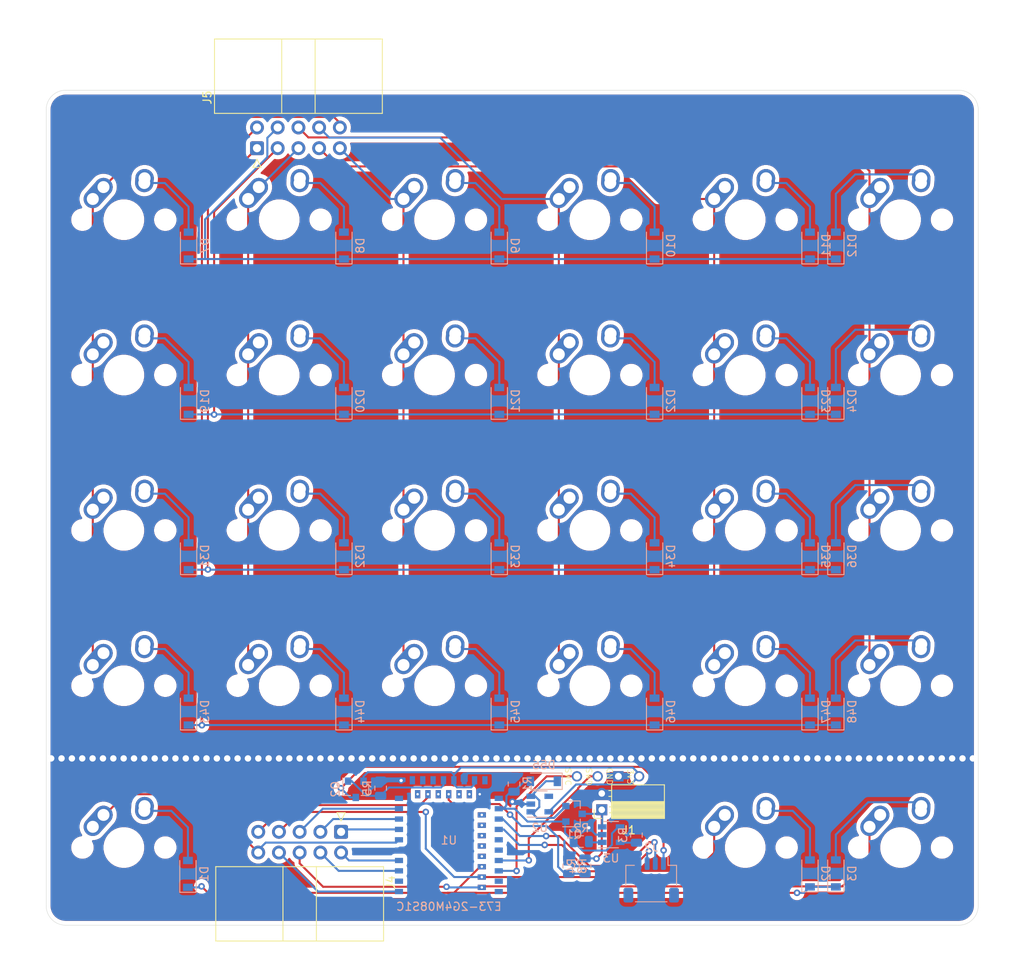
<source format=kicad_pcb>
(kicad_pcb (version 20171130) (host pcbnew "(5.1.6)-1")
  (layers (0 F.Cu signal) (31 B.Cu signal) (34 B.Paste user) (35 F.Paste user) (36 B.SilkS user) (37 F.SilkS user) (38 B.Mask user) (39 F.Mask user) (44 Edge.Cuts user))
  (net 0 "")
  (net 1 ROW3)
  (net 2 ROW2)
  (net 3 ROW1)
  (net 4 ROW0)
  (net 5 "Net-(D7-Pad2)")
  (net 6 "Net-(D8-Pad2)")
  (net 7 "Net-(D9-Pad2)")
  (net 8 "Net-(D10-Pad2)")
  (net 9 "Net-(D11-Pad2)")
  (net 10 "Net-(D12-Pad2)")
  (net 11 "Net-(D19-Pad2)")
  (net 12 "Net-(D20-Pad2)")
  (net 13 "Net-(D21-Pad2)")
  (net 14 "Net-(D22-Pad2)")
  (net 15 "Net-(D23-Pad2)")
  (net 16 "Net-(D24-Pad2)")
  (net 17 COL0)
  (net 18 COL1)
  (net 19 COL2)
  (net 20 COL3)
  (net 21 COL4)
  (net 22 COL5)
  (net 23 "Net-(D31-Pad2)")
  (net 24 "Net-(D32-Pad2)")
  (net 25 "Net-(D33-Pad2)")
  (net 26 "Net-(D34-Pad2)")
  (net 27 "Net-(D35-Pad2)")
  (net 28 "Net-(D36-Pad2)")
  (net 29 "Net-(D43-Pad2)")
  (net 30 "Net-(D44-Pad2)")
  (net 31 "Net-(D45-Pad2)")
  (net 32 "Net-(D46-Pad2)")
  (net 33 "Net-(D47-Pad2)")
  (net 34 "Net-(D48-Pad2)")
  (net 35 GND)
  (net 36 D+)
  (net 37 D-)
  (net 38 SWC)
  (net 39 SWD)
  (net 40 nRF_VDD)
  (net 41 EXT_VCC)
  (net 42 "Net-(D1-Pad2)")
  (net 43 ROW4)
  (net 44 "Net-(D2-Pad2)")
  (net 45 "Net-(D3-Pad2)")
  (net 46 VBUS)
  (net 47 "Net-(D55-Pad1)")
  (net 48 VBAT)
  (net 49 POWER_PIN)
  (net 50 "Net-(R2-Pad1)")
  (net 51 "Net-(R3-Pad2)")
  (net 52 BATTERY_PIN)
  (net 53 "Net-(U1-Pad28)")
  (net 54 "Net-(U1-Pad10)")
  (net 55 "Net-(U1-Pad33)")
  (net 56 "Net-(U1-Pad35)")
  (net 57 RESET)
  (net 58 "Net-(U1-Pad11)")
  (net 59 "Net-(U1-Pad13)")
  (net 60 PROG)
  (net 61 "Net-(U1-Pad25)")
  (net 62 "Net-(U1-Pad30)")
  (net 63 "Net-(U1-Pad32)")
  (net 64 "Net-(U1-Pad34)")
  (net 65 "Net-(U1-Pad36)")
  (net 66 "Net-(U1-Pad20)")
  (net 67 "Net-(U1-Pad22)")
  (net 68 "Net-(U2-Pad4)")
  (net 69 "Net-(U1-Pad41)")
  (net 70 "Net-(U1-Pad43)")
  (net 71 "Net-(U1-Pad12)")
  (net 72 "Net-(U1-Pad16)")
  (net 73 "Net-(U1-Pad2)")
  (module random-keyboard-parts:breakaway-mousebites (layer F.Cu) (at 96.01835 267.13815)
    (fp_text reference REF**)
    (fp_text value breakaway-mousebites)
    (pad "" np_thru_hole circle (at 0 -0.254) (size 0.7874 0.7874) (drill 0.7874) (layers *.Cu *.Mask))
    (pad "" np_thru_hole circle (at 1.27 -0.254) (size 0.7874 0.7874) (drill 0.7874) (layers *.Cu *.Mask))
    (pad "" np_thru_hole circle (at 2.54 -0.254) (size 0.7874 0.7874) (drill 0.7874) (layers *.Cu *.Mask))
    (pad "" np_thru_hole circle (at -1.27 -0.254) (size 0.7874 0.7874) (drill 0.7874) (layers *.Cu *.Mask))
    (pad "" np_thru_hole circle (at -2.54 -0.254) (size 0.7874 0.7874) (drill 0.7874) (layers *.Cu *.Mask))
  )
  (module random-keyboard-parts:breakaway-mousebites (layer F.Cu) (at 108.71835 267.13815)
    (fp_text reference REF**)
    (fp_text value breakaway-mousebites)
    (pad "" np_thru_hole circle (at -2.54 -0.254) (size 0.7874 0.7874) (drill 0.7874) (layers *.Cu *.Mask))
    (pad "" np_thru_hole circle (at -1.27 -0.254) (size 0.7874 0.7874) (drill 0.7874) (layers *.Cu *.Mask))
    (pad "" np_thru_hole circle (at 2.54 -0.254) (size 0.7874 0.7874) (drill 0.7874) (layers *.Cu *.Mask))
    (pad "" np_thru_hole circle (at 1.27 -0.254) (size 0.7874 0.7874) (drill 0.7874) (layers *.Cu *.Mask))
    (pad "" np_thru_hole circle (at 0 -0.254) (size 0.7874 0.7874) (drill 0.7874) (layers *.Cu *.Mask))
  )
  (module random-keyboard-parts:breakaway-mousebites (layer F.Cu) (at 102.36835 267.13815)
    (fp_text reference REF**)
    (fp_text value breakaway-mousebites)
    (pad "" np_thru_hole circle (at -2.54 -0.254) (size 0.7874 0.7874) (drill 0.7874) (layers *.Cu *.Mask))
    (pad "" np_thru_hole circle (at -1.27 -0.254) (size 0.7874 0.7874) (drill 0.7874) (layers *.Cu *.Mask))
    (pad "" np_thru_hole circle (at 2.54 -0.254) (size 0.7874 0.7874) (drill 0.7874) (layers *.Cu *.Mask))
    (pad "" np_thru_hole circle (at 1.27 -0.254) (size 0.7874 0.7874) (drill 0.7874) (layers *.Cu *.Mask))
    (pad "" np_thru_hole circle (at 0 -0.254) (size 0.7874 0.7874) (drill 0.7874) (layers *.Cu *.Mask))
  )
  (module random-keyboard-parts:breakaway-mousebites (layer F.Cu) (at 76.96835 267.13815)
    (fp_text reference REF**)
    (fp_text value breakaway-mousebites)
    (pad "" np_thru_hole circle (at 0 -0.254) (size 0.7874 0.7874) (drill 0.7874) (layers *.Cu *.Mask))
    (pad "" np_thru_hole circle (at 1.27 -0.254) (size 0.7874 0.7874) (drill 0.7874) (layers *.Cu *.Mask))
    (pad "" np_thru_hole circle (at 2.54 -0.254) (size 0.7874 0.7874) (drill 0.7874) (layers *.Cu *.Mask))
    (pad "" np_thru_hole circle (at -1.27 -0.254) (size 0.7874 0.7874) (drill 0.7874) (layers *.Cu *.Mask))
    (pad "" np_thru_hole circle (at -2.54 -0.254) (size 0.7874 0.7874) (drill 0.7874) (layers *.Cu *.Mask))
  )
  (module random-keyboard-parts:breakaway-mousebites (layer F.Cu) (at 89.66835 267.13815)
    (fp_text reference REF**)
    (fp_text value breakaway-mousebites)
    (pad "" np_thru_hole circle (at -2.54 -0.254) (size 0.7874 0.7874) (drill 0.7874) (layers *.Cu *.Mask))
    (pad "" np_thru_hole circle (at -1.27 -0.254) (size 0.7874 0.7874) (drill 0.7874) (layers *.Cu *.Mask))
    (pad "" np_thru_hole circle (at 2.54 -0.254) (size 0.7874 0.7874) (drill 0.7874) (layers *.Cu *.Mask))
    (pad "" np_thru_hole circle (at 1.27 -0.254) (size 0.7874 0.7874) (drill 0.7874) (layers *.Cu *.Mask))
    (pad "" np_thru_hole circle (at 0 -0.254) (size 0.7874 0.7874) (drill 0.7874) (layers *.Cu *.Mask))
  )
  (module random-keyboard-parts:breakaway-mousebites (layer F.Cu) (at 83.31835 267.13815)
    (fp_text reference REF**)
    (fp_text value breakaway-mousebites)
    (pad "" np_thru_hole circle (at -2.54 -0.254) (size 0.7874 0.7874) (drill 0.7874) (layers *.Cu *.Mask))
    (pad "" np_thru_hole circle (at -1.27 -0.254) (size 0.7874 0.7874) (drill 0.7874) (layers *.Cu *.Mask))
    (pad "" np_thru_hole circle (at 2.54 -0.254) (size 0.7874 0.7874) (drill 0.7874) (layers *.Cu *.Mask))
    (pad "" np_thru_hole circle (at 1.27 -0.254) (size 0.7874 0.7874) (drill 0.7874) (layers *.Cu *.Mask))
    (pad "" np_thru_hole circle (at 0 -0.254) (size 0.7874 0.7874) (drill 0.7874) (layers *.Cu *.Mask))
  )
  (module random-keyboard-parts:breakaway-mousebites (layer F.Cu) (at 57.91835 267.13815)
    (fp_text reference REF**)
    (fp_text value breakaway-mousebites)
    (pad "" np_thru_hole circle (at 0 -0.254) (size 0.7874 0.7874) (drill 0.7874) (layers *.Cu *.Mask))
    (pad "" np_thru_hole circle (at 1.27 -0.254) (size 0.7874 0.7874) (drill 0.7874) (layers *.Cu *.Mask))
    (pad "" np_thru_hole circle (at 2.54 -0.254) (size 0.7874 0.7874) (drill 0.7874) (layers *.Cu *.Mask))
    (pad "" np_thru_hole circle (at -1.27 -0.254) (size 0.7874 0.7874) (drill 0.7874) (layers *.Cu *.Mask))
    (pad "" np_thru_hole circle (at -2.54 -0.254) (size 0.7874 0.7874) (drill 0.7874) (layers *.Cu *.Mask))
  )
  (module random-keyboard-parts:breakaway-mousebites (layer F.Cu) (at 70.61835 267.13815)
    (fp_text reference REF**)
    (fp_text value breakaway-mousebites)
    (pad "" np_thru_hole circle (at -2.54 -0.254) (size 0.7874 0.7874) (drill 0.7874) (layers *.Cu *.Mask))
    (pad "" np_thru_hole circle (at -1.27 -0.254) (size 0.7874 0.7874) (drill 0.7874) (layers *.Cu *.Mask))
    (pad "" np_thru_hole circle (at 2.54 -0.254) (size 0.7874 0.7874) (drill 0.7874) (layers *.Cu *.Mask))
    (pad "" np_thru_hole circle (at 1.27 -0.254) (size 0.7874 0.7874) (drill 0.7874) (layers *.Cu *.Mask))
    (pad "" np_thru_hole circle (at 0 -0.254) (size 0.7874 0.7874) (drill 0.7874) (layers *.Cu *.Mask))
  )
  (module random-keyboard-parts:breakaway-mousebites (layer F.Cu) (at 64.26835 267.13815)
    (fp_text reference REF**)
    (fp_text value breakaway-mousebites)
    (pad "" np_thru_hole circle (at -2.54 -0.254) (size 0.7874 0.7874) (drill 0.7874) (layers *.Cu *.Mask))
    (pad "" np_thru_hole circle (at -1.27 -0.254) (size 0.7874 0.7874) (drill 0.7874) (layers *.Cu *.Mask))
    (pad "" np_thru_hole circle (at 2.54 -0.254) (size 0.7874 0.7874) (drill 0.7874) (layers *.Cu *.Mask))
    (pad "" np_thru_hole circle (at 1.27 -0.254) (size 0.7874 0.7874) (drill 0.7874) (layers *.Cu *.Mask))
    (pad "" np_thru_hole circle (at 0 -0.254) (size 0.7874 0.7874) (drill 0.7874) (layers *.Cu *.Mask))
  )
  (module random-keyboard-parts:breakaway-mousebites (layer F.Cu) (at 38.86835 267.13815)
    (fp_text reference REF**)
    (fp_text value breakaway-mousebites)
    (pad "" np_thru_hole circle (at 0 -0.254) (size 0.7874 0.7874) (drill 0.7874) (layers *.Cu *.Mask))
    (pad "" np_thru_hole circle (at 1.27 -0.254) (size 0.7874 0.7874) (drill 0.7874) (layers *.Cu *.Mask))
    (pad "" np_thru_hole circle (at 2.54 -0.254) (size 0.7874 0.7874) (drill 0.7874) (layers *.Cu *.Mask))
    (pad "" np_thru_hole circle (at -1.27 -0.254) (size 0.7874 0.7874) (drill 0.7874) (layers *.Cu *.Mask))
    (pad "" np_thru_hole circle (at -2.54 -0.254) (size 0.7874 0.7874) (drill 0.7874) (layers *.Cu *.Mask))
  )
  (module random-keyboard-parts:breakaway-mousebites (layer F.Cu) (at 51.56835 267.13815)
    (fp_text reference REF**)
    (fp_text value breakaway-mousebites)
    (pad "" np_thru_hole circle (at -2.54 -0.254) (size 0.7874 0.7874) (drill 0.7874) (layers *.Cu *.Mask))
    (pad "" np_thru_hole circle (at -1.27 -0.254) (size 0.7874 0.7874) (drill 0.7874) (layers *.Cu *.Mask))
    (pad "" np_thru_hole circle (at 2.54 -0.254) (size 0.7874 0.7874) (drill 0.7874) (layers *.Cu *.Mask))
    (pad "" np_thru_hole circle (at 1.27 -0.254) (size 0.7874 0.7874) (drill 0.7874) (layers *.Cu *.Mask))
    (pad "" np_thru_hole circle (at 0 -0.254) (size 0.7874 0.7874) (drill 0.7874) (layers *.Cu *.Mask))
  )
  (module random-keyboard-parts:breakaway-mousebites (layer F.Cu) (at 45.21835 267.13815)
    (fp_text reference REF**)
    (fp_text value breakaway-mousebites)
    (pad "" np_thru_hole circle (at -2.54 -0.254) (size 0.7874 0.7874) (drill 0.7874) (layers *.Cu *.Mask))
    (pad "" np_thru_hole circle (at -1.27 -0.254) (size 0.7874 0.7874) (drill 0.7874) (layers *.Cu *.Mask))
    (pad "" np_thru_hole circle (at 2.54 -0.254) (size 0.7874 0.7874) (drill 0.7874) (layers *.Cu *.Mask))
    (pad "" np_thru_hole circle (at 1.27 -0.254) (size 0.7874 0.7874) (drill 0.7874) (layers *.Cu *.Mask))
    (pad "" np_thru_hole circle (at 0 -0.254) (size 0.7874 0.7874) (drill 0.7874) (layers *.Cu *.Mask))
  )
  (module random-keyboard-parts:breakaway-mousebites (layer F.Cu) (at 19.81835 267.13815)
    (fp_text reference REF**)
    (fp_text value breakaway-mousebites)
    (pad "" np_thru_hole circle (at 0 -0.254) (size 0.7874 0.7874) (drill 0.7874) (layers *.Cu *.Mask))
    (pad "" np_thru_hole circle (at 1.27 -0.254) (size 0.7874 0.7874) (drill 0.7874) (layers *.Cu *.Mask))
    (pad "" np_thru_hole circle (at 2.54 -0.254) (size 0.7874 0.7874) (drill 0.7874) (layers *.Cu *.Mask))
    (pad "" np_thru_hole circle (at -1.27 -0.254) (size 0.7874 0.7874) (drill 0.7874) (layers *.Cu *.Mask))
    (pad "" np_thru_hole circle (at -2.54 -0.254) (size 0.7874 0.7874) (drill 0.7874) (layers *.Cu *.Mask))
  )
  (module random-keyboard-parts:breakaway-mousebites (layer F.Cu) (at 32.51835 267.13815)
    (fp_text reference REF**)
    (fp_text value breakaway-mousebites)
    (pad "" np_thru_hole circle (at -2.54 -0.254) (size 0.7874 0.7874) (drill 0.7874) (layers *.Cu *.Mask))
    (pad "" np_thru_hole circle (at -1.27 -0.254) (size 0.7874 0.7874) (drill 0.7874) (layers *.Cu *.Mask))
    (pad "" np_thru_hole circle (at 2.54 -0.254) (size 0.7874 0.7874) (drill 0.7874) (layers *.Cu *.Mask))
    (pad "" np_thru_hole circle (at 1.27 -0.254) (size 0.7874 0.7874) (drill 0.7874) (layers *.Cu *.Mask))
    (pad "" np_thru_hole circle (at 0 -0.254) (size 0.7874 0.7874) (drill 0.7874) (layers *.Cu *.Mask))
  )
  (module random-keyboard-parts:breakaway-mousebites (layer F.Cu) (at 26.16835 267.13815)
    (fp_text reference REF**)
    (fp_text value breakaway-mousebites)
    (pad "" np_thru_hole circle (at -2.54 -0.254) (size 0.7874 0.7874) (drill 0.7874) (layers *.Cu *.Mask))
    (pad "" np_thru_hole circle (at -1.27 -0.254) (size 0.7874 0.7874) (drill 0.7874) (layers *.Cu *.Mask))
    (pad "" np_thru_hole circle (at 2.54 -0.254) (size 0.7874 0.7874) (drill 0.7874) (layers *.Cu *.Mask))
    (pad "" np_thru_hole circle (at 1.27 -0.254) (size 0.7874 0.7874) (drill 0.7874) (layers *.Cu *.Mask))
    (pad "" np_thru_hole circle (at 0 -0.254) (size 0.7874 0.7874) (drill 0.7874) (layers *.Cu *.Mask))
  )
  (module random-keyboard-parts:breakaway-mousebites (layer F.Cu) (at 0.76835 267.13815)
    (fp_text reference REF**)
    (fp_text value breakaway-mousebites)
    (pad "" np_thru_hole circle (at 0 -0.254) (size 0.7874 0.7874) (drill 0.7874) (layers *.Cu *.Mask))
    (pad "" np_thru_hole circle (at 1.27 -0.254) (size 0.7874 0.7874) (drill 0.7874) (layers *.Cu *.Mask))
    (pad "" np_thru_hole circle (at 2.54 -0.254) (size 0.7874 0.7874) (drill 0.7874) (layers *.Cu *.Mask))
    (pad "" np_thru_hole circle (at -1.27 -0.254) (size 0.7874 0.7874) (drill 0.7874) (layers *.Cu *.Mask))
    (pad "" np_thru_hole circle (at -2.54 -0.254) (size 0.7874 0.7874) (drill 0.7874) (layers *.Cu *.Mask))
  )
  (module random-keyboard-parts:breakaway-mousebites (layer F.Cu) (at 13.46835 267.13815)
    (fp_text reference REF**)
    (fp_text value breakaway-mousebites)
    (pad "" np_thru_hole circle (at -2.54 -0.254) (size 0.7874 0.7874) (drill 0.7874) (layers *.Cu *.Mask))
    (pad "" np_thru_hole circle (at -1.27 -0.254) (size 0.7874 0.7874) (drill 0.7874) (layers *.Cu *.Mask))
    (pad "" np_thru_hole circle (at 2.54 -0.254) (size 0.7874 0.7874) (drill 0.7874) (layers *.Cu *.Mask))
    (pad "" np_thru_hole circle (at 1.27 -0.254) (size 0.7874 0.7874) (drill 0.7874) (layers *.Cu *.Mask))
    (pad "" np_thru_hole circle (at 0 -0.254) (size 0.7874 0.7874) (drill 0.7874) (layers *.Cu *.Mask))
  )
  (module random-keyboard-parts:breakaway-mousebites (layer F.Cu) (at 7.11835 267.13815)
    (fp_text reference REF**)
    (fp_text value breakaway-mousebites)
    (pad "" np_thru_hole circle (at -2.54 -0.254) (size 0.7874 0.7874) (drill 0.7874) (layers *.Cu *.Mask))
    (pad "" np_thru_hole circle (at -1.27 -0.254) (size 0.7874 0.7874) (drill 0.7874) (layers *.Cu *.Mask))
    (pad "" np_thru_hole circle (at 2.54 -0.254) (size 0.7874 0.7874) (drill 0.7874) (layers *.Cu *.Mask))
    (pad "" np_thru_hole circle (at 1.27 -0.254) (size 0.7874 0.7874) (drill 0.7874) (layers *.Cu *.Mask))
    (pad "" np_thru_hole circle (at 0 -0.254) (size 0.7874 0.7874) (drill 0.7874) (layers *.Cu *.Mask))
  )
  (module Connector_JST:JST_SH_SM04B-SRSS-TB_1x04-1MP_P1.00mm_Horizontal (layer B.Cu) (at 71.8125 281.78125 180)
    (fp_text reference J2 (at 0 3.98) (layer B.SilkS) (effects (justify mirror)))
    (fp_text value USB)
    (pad MP smd roundrect (at 2.8 -1.875 180) (size 1.2 1.8) (layers B.Cu B.Paste B.Mask) (roundrect_rratio 0.208333))
    (pad MP smd roundrect (at -2.8 -1.875 180) (size 1.2 1.8) (layers B.Cu B.Paste B.Mask) (roundrect_rratio 0.208333))
    (pad 4 smd roundrect (at 1.5 2 180) (size 0.6 1.55) (layers B.Cu B.Paste B.Mask) (net 35 GND))
    (pad 3 smd roundrect (at 0.5 2 180) (size 0.6 1.55) (layers B.Cu B.Paste B.Mask) (net 36 D+))
    (pad 2 smd roundrect (at -0.5 2 180) (size 0.6 1.55) (layers B.Cu B.Paste B.Mask) (net 37 D-))
    (pad 1 smd roundrect (at -1.5 2 180) (size 0.6 1.55) (layers B.Cu B.Paste B.Mask) (net 41 EXT_VCC))
  )
  (module MX_Alps_Hybrid:MX-1U-NoLED (layer F.Cu) (at 64.29375 257.96875)
    (fp_text reference MX46)
    (fp_text value MX-NoLED)
    (pad "" np_thru_hole circle (at 5.08 0 48.0996) (size 1.75 1.75) (drill 1.75) (layers *.Cu *.Mask))
    (pad "" np_thru_hole circle (at -5.08 0 48.0996) (size 1.75 1.75) (drill 1.75) (layers *.Cu *.Mask))
    (pad 1 thru_hole circle (at -2.5 -4) (size 2.25 2.25) (drill 1.47) (layers *.Cu B.Mask) (net 20 COL3))
    (pad "" np_thru_hole circle (at 0 0) (size 3.9878 3.9878) (drill 3.9878) (layers *.Cu *.Mask))
    (pad 1 thru_hole oval (at -3.81 -2.54 48.0996) (size 4.211556 2.25) (drill 1.47 (offset 0.980778 0)) (layers *.Cu B.Mask) (net 20 COL3))
    (pad 2 thru_hole circle (at 2.54 -5.08) (size 2.25 2.25) (drill 1.47) (layers *.Cu B.Mask) (net 32 "Net-(D46-Pad2)"))
    (pad 2 thru_hole oval (at 2.5 -4.5 86.0548) (size 2.831378 2.25) (drill 1.47 (offset 0.290689 0)) (layers *.Cu B.Mask) (net 32 "Net-(D46-Pad2)"))
  )
  (module MX_Alps_Hybrid:MX-1U-NoLED (layer F.Cu) (at 7.14375 257.96875)
    (fp_text reference MX43)
    (fp_text value MX-NoLED)
    (pad "" np_thru_hole circle (at 5.08 0 48.0996) (size 1.75 1.75) (drill 1.75) (layers *.Cu *.Mask))
    (pad "" np_thru_hole circle (at -5.08 0 48.0996) (size 1.75 1.75) (drill 1.75) (layers *.Cu *.Mask))
    (pad 1 thru_hole circle (at -2.5 -4) (size 2.25 2.25) (drill 1.47) (layers *.Cu B.Mask) (net 17 COL0))
    (pad "" np_thru_hole circle (at 0 0) (size 3.9878 3.9878) (drill 3.9878) (layers *.Cu *.Mask))
    (pad 1 thru_hole oval (at -3.81 -2.54 48.0996) (size 4.211556 2.25) (drill 1.47 (offset 0.980778 0)) (layers *.Cu B.Mask) (net 17 COL0))
    (pad 2 thru_hole circle (at 2.54 -5.08) (size 2.25 2.25) (drill 1.47) (layers *.Cu B.Mask) (net 29 "Net-(D43-Pad2)"))
    (pad 2 thru_hole oval (at 2.5 -4.5 86.0548) (size 2.831378 2.25) (drill 1.47 (offset 0.290689 0)) (layers *.Cu B.Mask) (net 29 "Net-(D43-Pad2)"))
  )
  (module Package_TO_SOT_SMD:SOT-23 (layer B.Cu) (at 35.5854 270.67205 270)
    (fp_text reference Q2 (at 0 2.5 90) (layer B.SilkS) (effects (justify mirror)))
    (fp_text value AO3407)
    (pad 1 smd rect (at -1 0.95 270) (size 0.9 0.8) (layers B.Cu B.Paste B.Mask) (net 49 POWER_PIN))
    (pad 2 smd rect (at -1 -0.95 270) (size 0.9 0.8) (layers B.Cu B.Paste B.Mask) (net 40 nRF_VDD))
    (pad 3 smd rect (at 1 0 270) (size 0.9 0.8) (layers B.Cu B.Paste B.Mask) (net 41 EXT_VCC))
  )
  (module Package_TO_SOT_SMD:SOT-23 (layer B.Cu) (at 62.35 273.68125)
    (fp_text reference Q1 (at 0 2.5) (layer B.SilkS) (effects (justify mirror)))
    (fp_text value AO3407)
    (pad 1 smd rect (at -1 0.95) (size 0.9 0.8) (layers B.Cu B.Paste B.Mask) (net 46 VBUS))
    (pad 2 smd rect (at -1 -0.95) (size 0.9 0.8) (layers B.Cu B.Paste B.Mask) (net 47 "Net-(D55-Pad1)"))
    (pad 3 smd rect (at 1 0) (size 0.9 0.8) (layers B.Cu B.Paste B.Mask) (net 48 VBAT))
  )
  (module random-keyboard-parts:D_SOD-123-Pretty (layer B.Cu) (at 58.65 269.68125 180)
    (fp_text reference D55 (at 0 2) (layer B.SilkS) (effects (justify mirror)))
    (fp_text value 1N5819)
    (pad 2 smd rect (at 1.65 0 180) (size 0.9 1.2) (layers B.Cu B.Paste B.Mask) (net 46 VBUS))
    (pad 1 smd rect (at -1.65 0 180) (size 0.9 1.2) (layers B.Cu B.Paste B.Mask) (net 47 "Net-(D55-Pad1)"))
  )
  (module Connector_PinSocket_2.00mm:PinSocket_1x02_P2.00mm_Horizontal (layer F.Cu) (at 65.75 273.18125 180)
    (fp_text reference J1 (at -3.31 -2.5) (layer F.SilkS))
    (fp_text value Ex_Bat)
    (pad 1 thru_hole rect (at 0 0 180) (size 1.35 1.35) (drill 0.8) (layers *.Cu *.Mask) (net 48 VBAT))
    (pad 2 thru_hole oval (at 0 2 180) (size 1.35 1.35) (drill 0.8) (layers *.Cu *.Mask) (net 35 GND))
  )
  (module Connector_IDC:IDC-Header_2x05_P2.54mm_Horizontal (layer F.Cu) (at 33.782 275.88845 270)
    (fp_text reference J4 (at 6.215 -6.1 90) (layer F.SilkS))
    (fp_text value Conn_02x05_Counter_Clockwise)
    (pad 1 thru_hole roundrect (at 0 0 270) (size 1.7 1.7) (drill 1) (layers *.Cu *.Mask) (roundrect_rratio 0.147059) (net 3 ROW1))
    (pad 3 thru_hole circle (at 0 2.54 270) (size 1.7 1.7) (drill 1) (layers *.Cu *.Mask) (net 2 ROW2))
    (pad 5 thru_hole circle (at 0 5.08 270) (size 1.7 1.7) (drill 1) (layers *.Cu *.Mask) (net 18 COL1))
    (pad 7 thru_hole circle (at 0 7.62 270) (size 1.7 1.7) (drill 1) (layers *.Cu *.Mask) (net 21 COL4))
    (pad 9 thru_hole circle (at 0 10.16 270) (size 1.7 1.7) (drill 1) (layers *.Cu *.Mask) (net 19 COL2))
    (pad 2 thru_hole circle (at 2.54 0 270) (size 1.7 1.7) (drill 1) (layers *.Cu *.Mask) (net 4 ROW0))
    (pad 4 thru_hole circle (at 2.54 2.54 270) (size 1.7 1.7) (drill 1) (layers *.Cu *.Mask) (net 1 ROW3))
    (pad 6 thru_hole circle (at 2.54 5.08 270) (size 1.7 1.7) (drill 1) (layers *.Cu *.Mask) (net 22 COL5))
    (pad 8 thru_hole circle (at 2.54 7.62 270) (size 1.7 1.7) (drill 1) (layers *.Cu *.Mask) (net 20 COL3))
    (pad 10 thru_hole circle (at 2.54 10.16 270) (size 1.7 1.7) (drill 1) (layers *.Cu *.Mask) (net 17 COL0))
  )
  (module nrfmicro:E73-2G4M08S1C-52840 (layer B.Cu) (at 47 269.18125 270)
    (fp_text reference U1 (at 7.746775 0.000467) (layer B.SilkS) (effects (justify mirror)))
    (fp_text value E73-2G4M08S1C-52840)
    (fp_text user E73-2G4M08S1C (at 15.875 0 180) (layer B.SilkS) (effects (justify mirror)))
    (pad 28 thru_hole rect (at 4.632 -4.041 270) (size 0.65 1) (drill 0.3) (layers *.Cu *.Mask) (net 53 "Net-(U1-Pad28)"))
    (pad 10 smd rect (at 2.6 6.119 270) (size 0.65 1) (layers B.Cu B.Paste B.Mask) (net 54 "Net-(U1-Pad10)"))
    (pad 9 smd rect (at 3.87 6.119 270) (size 0.65 1) (layers B.Cu B.Paste B.Mask) (net 18 COL1))
    (pad 8 smd rect (at 5.14 6.119 270) (size 0.65 1) (layers B.Cu B.Paste B.Mask) (net 2 ROW2))
    (pad 7 smd rect (at 6.41 6.119 270) (size 0.65 1) (layers B.Cu B.Paste B.Mask) (net 3 ROW1))
    (pad 6 smd rect (at 7.68 6.119 270) (size 0.65 1) (layers B.Cu B.Paste B.Mask) (net 17 COL0))
    (pad 5 smd rect (at 8.95 6.119 270) (size 0.65 1) (layers B.Cu B.Paste B.Mask) (net 35 GND))
    (pad 4 smd rect (at 10.22 6.119 270) (size 0.65 1) (layers B.Cu B.Paste B.Mask) (net 4 ROW0))
    (pad 3 smd rect (at 11.49 6.119 270) (size 0.65 1) (layers B.Cu B.Paste B.Mask) (net 1 ROW3))
    (pad 2 smd rect (at 12.76 6.119 270) (size 0.65 1) (layers B.Cu B.Paste B.Mask) (net 73 "Net-(U1-Pad2)"))
    (pad 1 smd rect (at 14.03 6.119 270) (size 0.65 1) (layers B.Cu B.Paste B.Mask) (net 20 COL3))
    (pad 31 smd rect (at 6.41 -6.119 270) (size 0.65 1) (layers B.Cu B.Paste B.Mask) (net 36 D+))
    (pad 43 smd rect (at 14.03 -6.119 270) (size 0.65 1) (layers B.Cu B.Paste B.Mask) (net 70 "Net-(U1-Pad43)"))
    (pad 33 smd rect (at 7.68 -6.119 270) (size 0.65 1) (layers B.Cu B.Paste B.Mask) (net 55 "Net-(U1-Pad33)"))
    (pad 41 smd rect (at 12.76 -6.119 270) (size 0.65 1) (layers B.Cu B.Paste B.Mask) (net 69 "Net-(U1-Pad41)"))
    (pad 39 smd rect (at 11.49 -6.119 270) (size 0.65 1) (layers B.Cu B.Paste B.Mask) (net 38 SWC))
    (pad 37 smd rect (at 10.22 -6.119 270) (size 0.65 1) (layers B.Cu B.Paste B.Mask) (net 39 SWD))
    (pad 29 smd rect (at 5.14 -6.119 270) (size 0.65 1) (layers B.Cu B.Paste B.Mask) (net 37 D-))
    (pad 35 smd rect (at 8.95 -6.119 270) (size 0.65 1) (layers B.Cu B.Paste B.Mask) (net 56 "Net-(U1-Pad35)"))
    (pad 27 smd rect (at 3.87 -6.119 270) (size 0.65 1) (layers B.Cu B.Paste B.Mask) (net 46 VBUS))
    (pad 26 smd rect (at 2.6 -6.119 270) (size 0.65 1) (layers B.Cu B.Paste B.Mask) (net 57 RESET))
    (pad 23 smd rect (at 0.381 -3.15 180) (size 0.65 1) (layers B.Cu B.Paste B.Mask) (net 40 nRF_VDD))
    (pad 11 smd rect (at 0.381 4.47 180) (size 0.65 1) (layers B.Cu B.Paste B.Mask) (net 58 "Net-(U1-Pad11)"))
    (pad 21 smd rect (at 0.381 -1.88 180) (size 0.65 1) (layers B.Cu B.Paste B.Mask) (net 35 GND))
    (pad 13 smd rect (at 0.381 3.2 180) (size 0.65 1) (layers B.Cu B.Paste B.Mask) (net 59 "Net-(U1-Pad13)"))
    (pad 15 smd rect (at 0.381 1.93 180) (size 0.65 1) (layers B.Cu B.Paste B.Mask) (net 60 PROG))
    (pad 17 smd rect (at 0.381 0.66 180) (size 0.65 1) (layers B.Cu B.Paste B.Mask) (net 49 POWER_PIN))
    (pad 25 smd rect (at 0.381 -4.42 180) (size 0.65 1) (layers B.Cu B.Paste B.Mask) (net 61 "Net-(U1-Pad25)"))
    (pad 19 smd rect (at 0.381 -0.61 180) (size 0.65 1) (layers B.Cu B.Paste B.Mask) (net 40 nRF_VDD))
    (pad 30 thru_hole rect (at 5.902 -4.041 270) (size 0.65 1) (drill 0.3) (layers *.Cu *.Mask) (net 62 "Net-(U1-Pad30)"))
    (pad 32 thru_hole rect (at 7.172 -4.041 270) (size 0.65 1) (drill 0.3) (layers *.Cu *.Mask) (net 63 "Net-(U1-Pad32)"))
    (pad 34 thru_hole rect (at 8.442 -4.041 270) (size 0.65 1) (drill 0.3) (layers *.Cu *.Mask) (net 64 "Net-(U1-Pad34)"))
    (pad 36 thru_hole rect (at 9.712 -4.041 270) (size 0.65 1) (drill 0.3) (layers *.Cu *.Mask) (net 65 "Net-(U1-Pad36)"))
    (pad 38 thru_hole rect (at 10.982 -4.041 270) (size 0.65 1) (drill 0.3) (layers *.Cu *.Mask) (net 43 ROW4))
    (pad 40 thru_hole rect (at 12.252 -4.041 270) (size 0.65 1) (drill 0.3) (layers *.Cu *.Mask) (net 21 COL4))
    (pad 42 thru_hole rect (at 13.522 -4.041 270) (size 0.65 1) (drill 0.3) (layers *.Cu *.Mask) (net 22 COL5))
    (pad 14 thru_hole rect (at 2.092 2.563 180) (size 0.65 1) (drill 0.3) (layers *.Cu *.Mask) (net 19 COL2))
    (pad 12 thru_hole rect (at 2.092 3.833 180) (size 0.65 1) (drill 0.3) (layers *.Cu *.Mask) (net 71 "Net-(U1-Pad12)"))
    (pad 20 thru_hole rect (at 2.092 -1.247 180) (size 0.65 1) (drill 0.3) (layers *.Cu *.Mask) (net 66 "Net-(U1-Pad20)"))
    (pad 16 thru_hole rect (at 2.092 1.293 180) (size 0.65 1) (drill 0.3) (layers *.Cu *.Mask) (net 72 "Net-(U1-Pad16)"))
    (pad 22 thru_hole rect (at 2.092 -2.517 180) (size 0.65 1) (drill 0.3) (layers *.Cu *.Mask) (net 67 "Net-(U1-Pad22)"))
    (pad 24 thru_hole rect (at 2.092 -3.787 180) (size 0.65 1) (drill 0.3) (layers *.Cu *.Mask) (net 35 GND))
    (pad 18 thru_hole rect (at 2.092 0.023 180) (size 0.65 1) (drill 0.3) (layers *.Cu *.Mask) (net 52 BATTERY_PIN))
  )
  (module Package_TO_SOT_SMD:SOT-23-5 (layer B.Cu) (at 66.9 276.23125)
    (fp_text reference U3 (at 0 2.9) (layer B.SilkS) (effects (justify mirror)))
    (fp_text value MCP73831-3-OT)
    (pad 1 smd rect (at -1.1 0.95) (size 1.06 0.65) (layers B.Cu B.Paste B.Mask) (net 50 "Net-(R2-Pad1)"))
    (pad 2 smd rect (at -1.1 0) (size 1.06 0.65) (layers B.Cu B.Paste B.Mask) (net 35 GND))
    (pad 3 smd rect (at -1.1 -0.95) (size 1.06 0.65) (layers B.Cu B.Paste B.Mask) (net 48 VBAT))
    (pad 4 smd rect (at 1.1 -0.95) (size 1.06 0.65) (layers B.Cu B.Paste B.Mask) (net 46 VBUS))
    (pad 5 smd rect (at 1.1 0.95) (size 1.06 0.65) (layers B.Cu B.Paste B.Mask) (net 51 "Net-(R3-Pad2)"))
  )
  (module Package_TO_SOT_SMD:SOT-23-5 (layer B.Cu) (at 58.15 272.48125)
    (fp_text reference U2 (at 0 2.9) (layer B.SilkS) (effects (justify mirror)))
    (fp_text value XC6220B331MR-G)
    (pad 1 smd rect (at -1.1 0.95) (size 1.06 0.65) (layers B.Cu B.Paste B.Mask) (net 47 "Net-(D55-Pad1)"))
    (pad 2 smd rect (at -1.1 0) (size 1.06 0.65) (layers B.Cu B.Paste B.Mask) (net 35 GND))
    (pad 3 smd rect (at -1.1 -0.95) (size 1.06 0.65) (layers B.Cu B.Paste B.Mask) (net 47 "Net-(D55-Pad1)"))
    (pad 4 smd rect (at 1.1 -0.95) (size 1.06 0.65) (layers B.Cu B.Paste B.Mask) (net 68 "Net-(U2-Pad4)"))
    (pad 5 smd rect (at 1.1 0.95) (size 1.06 0.65) (layers B.Cu B.Paste B.Mask) (net 40 nRF_VDD))
  )
  (module Resistor_SMD:R_0805_2012Metric (layer B.Cu) (at 61.7 280.08125 90)
    (fp_text reference R8 (at 0 1.65 90) (layer B.SilkS) (effects (justify mirror)))
    (fp_text value 2M)
    (pad 1 smd roundrect (at -0.9375 0 90) (size 0.975 1.4) (layers B.Cu B.Paste B.Mask) (net 52 BATTERY_PIN))
    (pad 2 smd roundrect (at 0.9375 0 90) (size 0.975 1.4) (layers B.Cu B.Paste B.Mask) (net 35 GND))
  )
  (module Resistor_SMD:R_0805_2012Metric (layer B.Cu) (at 63.7 280.08125 270)
    (fp_text reference R4 (at 0 1.65 90) (layer B.SilkS) (effects (justify mirror)))
    (fp_text value 820K)
    (pad 1 smd roundrect (at -0.9375 0 270) (size 0.975 1.4) (layers B.Cu B.Paste B.Mask) (net 48 VBAT))
    (pad 2 smd roundrect (at 0.9375 0 270) (size 0.975 1.4) (layers B.Cu B.Paste B.Mask) (net 52 BATTERY_PIN))
  )
  (module Resistor_SMD:R_0805_2012Metric (layer B.Cu) (at 70 276.28125 270)
    (fp_text reference R3 (at 0 1.65 90) (layer B.SilkS) (effects (justify mirror)))
    (fp_text value RPROG)
    (pad 1 smd roundrect (at -0.9375 0 270) (size 0.975 1.4) (layers B.Cu B.Paste B.Mask) (net 35 GND))
    (pad 2 smd roundrect (at 0.9375 0 270) (size 0.975 1.4) (layers B.Cu B.Paste B.Mask) (net 51 "Net-(R3-Pad2)"))
  )
  (module Resistor_SMD:R_0805_2012Metric (layer B.Cu) (at 63.2375 277.08125 180)
    (fp_text reference R2 (at 0 1.65) (layer B.SilkS) (effects (justify mirror)))
    (fp_text value 1k)
    (pad 1 smd roundrect (at -0.9375 0 180) (size 0.975 1.4) (layers B.Cu B.Paste B.Mask) (net 50 "Net-(R2-Pad1)"))
    (pad 2 smd roundrect (at 0.9375 0 180) (size 0.975 1.4) (layers B.Cu B.Paste B.Mask) (net 46 VBUS))
  )
  (module Resistor_SMD:R_0805_2012Metric (layer B.Cu) (at 54.991 270.0297 90)
    (fp_text reference R1 (at 0 1.65 90) (layer B.SilkS) (effects (justify mirror)))
    (fp_text value 100k)
    (pad 1 smd roundrect (at -0.9375 0 90) (size 0.975 1.4) (layers B.Cu B.Paste B.Mask) (net 46 VBUS))
    (pad 2 smd roundrect (at 0.9375 0 90) (size 0.975 1.4) (layers B.Cu B.Paste B.Mask) (net 35 GND))
  )
  (module Resistor_SMD:R_0805_2012Metric (layer B.Cu) (at 38.6334 270.53135 270)
    (fp_text reference R5 (at 0 1.65 90) (layer B.SilkS) (effects (justify mirror)))
    (fp_text value 2M)
    (pad 1 smd roundrect (at -0.9375 0 270) (size 0.975 1.4) (layers B.Cu B.Paste B.Mask) (net 35 GND))
    (pad 2 smd roundrect (at 0.9375 0 270) (size 0.975 1.4) (layers B.Cu B.Paste B.Mask) (net 49 POWER_PIN))
  )
  (module MX_Alps_Hybrid:MX-1U-NoLED (layer F.Cu) (at 7.14375 277.8125)
    (fp_text reference MX1)
    (fp_text value MX-NoLED)
    (pad 2 thru_hole oval (at 2.5 -4.5 86.0548) (size 2.831378 2.25) (drill 1.47 (offset 0.290689 0)) (layers *.Cu B.Mask) (net 42 "Net-(D1-Pad2)"))
    (pad 2 thru_hole circle (at 2.54 -5.08) (size 2.25 2.25) (drill 1.47) (layers *.Cu B.Mask) (net 42 "Net-(D1-Pad2)"))
    (pad 1 thru_hole oval (at -3.81 -2.54 48.0996) (size 4.211556 2.25) (drill 1.47 (offset 0.980778 0)) (layers *.Cu B.Mask) (net 17 COL0))
    (pad "" np_thru_hole circle (at 0 0) (size 3.9878 3.9878) (drill 3.9878) (layers *.Cu *.Mask))
    (pad 1 thru_hole circle (at -2.5 -4) (size 2.25 2.25) (drill 1.47) (layers *.Cu B.Mask) (net 17 COL0))
    (pad "" np_thru_hole circle (at -5.08 0 48.0996) (size 1.75 1.75) (drill 1.75) (layers *.Cu *.Mask))
    (pad "" np_thru_hole circle (at 5.08 0 48.0996) (size 1.75 1.75) (drill 1.75) (layers *.Cu *.Mask))
  )
  (module MX_Alps_Hybrid:MX-1U-NoLED (layer F.Cu) (at 83.34375 277.8125)
    (fp_text reference MX2)
    (fp_text value MX-NoLED)
    (pad 2 thru_hole oval (at 2.5 -4.5 86.0548) (size 2.831378 2.25) (drill 1.47 (offset 0.290689 0)) (layers *.Cu B.Mask) (net 44 "Net-(D2-Pad2)"))
    (pad 2 thru_hole circle (at 2.54 -5.08) (size 2.25 2.25) (drill 1.47) (layers *.Cu B.Mask) (net 44 "Net-(D2-Pad2)"))
    (pad 1 thru_hole oval (at -3.81 -2.54 48.0996) (size 4.211556 2.25) (drill 1.47 (offset 0.980778 0)) (layers *.Cu B.Mask) (net 21 COL4))
    (pad "" np_thru_hole circle (at 0 0) (size 3.9878 3.9878) (drill 3.9878) (layers *.Cu *.Mask))
    (pad 1 thru_hole circle (at -2.5 -4) (size 2.25 2.25) (drill 1.47) (layers *.Cu B.Mask) (net 21 COL4))
    (pad "" np_thru_hole circle (at -5.08 0 48.0996) (size 1.75 1.75) (drill 1.75) (layers *.Cu *.Mask))
    (pad "" np_thru_hole circle (at 5.08 0 48.0996) (size 1.75 1.75) (drill 1.75) (layers *.Cu *.Mask))
  )
  (module MX_Alps_Hybrid:MX-1U-NoLED (layer F.Cu) (at 102.39375 277.8125)
    (fp_text reference MX3)
    (fp_text value MX-NoLED)
    (pad 2 thru_hole oval (at 2.5 -4.5 86.0548) (size 2.831378 2.25) (drill 1.47 (offset 0.290689 0)) (layers *.Cu B.Mask) (net 45 "Net-(D3-Pad2)"))
    (pad 2 thru_hole circle (at 2.54 -5.08) (size 2.25 2.25) (drill 1.47) (layers *.Cu B.Mask) (net 45 "Net-(D3-Pad2)"))
    (pad 1 thru_hole oval (at -3.81 -2.54 48.0996) (size 4.211556 2.25) (drill 1.47 (offset 0.980778 0)) (layers *.Cu B.Mask) (net 22 COL5))
    (pad "" np_thru_hole circle (at 0 0) (size 3.9878 3.9878) (drill 3.9878) (layers *.Cu *.Mask))
    (pad 1 thru_hole circle (at -2.5 -4) (size 2.25 2.25) (drill 1.47) (layers *.Cu B.Mask) (net 22 COL5))
    (pad "" np_thru_hole circle (at -5.08 0 48.0996) (size 1.75 1.75) (drill 1.75) (layers *.Cu *.Mask))
    (pad "" np_thru_hole circle (at 5.08 0 48.0996) (size 1.75 1.75) (drill 1.75) (layers *.Cu *.Mask))
  )
  (module random-keyboard-parts:D_SOD-123-Pretty (layer B.Cu) (at 15 281.05 90)
    (fp_text reference D1 (at 0 2 270) (layer B.SilkS) (effects (justify mirror)))
    (fp_text value D_Small)
    (pad 2 smd rect (at 1.65 0 90) (size 0.9 1.2) (layers B.Cu B.Paste B.Mask) (net 42 "Net-(D1-Pad2)"))
    (pad 1 smd rect (at -1.65 0 90) (size 0.9 1.2) (layers B.Cu B.Paste B.Mask) (net 43 ROW4))
  )
  (module random-keyboard-parts:D_SOD-123-Pretty (layer B.Cu) (at 91.28125 280.9875 90)
    (fp_text reference D2 (at 0 2 90) (layer B.SilkS) (effects (justify mirror)))
    (fp_text value D_Small)
    (pad 2 smd rect (at 1.65 0 90) (size 0.9 1.2) (layers B.Cu B.Paste B.Mask) (net 44 "Net-(D2-Pad2)"))
    (pad 1 smd rect (at -1.65 0 90) (size 0.9 1.2) (layers B.Cu B.Paste B.Mask) (net 43 ROW4))
  )
  (module random-keyboard-parts:D_SOD-123-Pretty (layer B.Cu) (at 94.45625 280.9875 90)
    (fp_text reference D3 (at 0 2 270) (layer B.SilkS) (effects (justify mirror)))
    (fp_text value D_Small)
    (pad 2 smd rect (at 1.65 0 90) (size 0.9 1.2) (layers B.Cu B.Paste B.Mask) (net 45 "Net-(D3-Pad2)"))
    (pad 1 smd rect (at -1.65 0 90) (size 0.9 1.2) (layers B.Cu B.Paste B.Mask) (net 43 ROW4))
  )
  (module Connector_IDC:IDC-Header_2x05_P2.54mm_Horizontal (layer F.Cu) (at 23.4696 192.0494 90)
    (fp_text reference J5 (at 6.215 -6.1 90) (layer F.SilkS))
    (fp_text value Conn_02x05_Counter_Clockwise)
    (pad 10 thru_hole circle (at 2.54 10.16 90) (size 1.7 1.7) (drill 1) (layers *.Cu *.Mask) (net 17 COL0))
    (pad 8 thru_hole circle (at 2.54 7.62 90) (size 1.7 1.7) (drill 1) (layers *.Cu *.Mask) (net 20 COL3))
    (pad 6 thru_hole circle (at 2.54 5.08 90) (size 1.7 1.7) (drill 1) (layers *.Cu *.Mask) (net 22 COL5))
    (pad 4 thru_hole circle (at 2.54 2.54 90) (size 1.7 1.7) (drill 1) (layers *.Cu *.Mask) (net 1 ROW3))
    (pad 2 thru_hole circle (at 2.54 0 90) (size 1.7 1.7) (drill 1) (layers *.Cu *.Mask) (net 4 ROW0))
    (pad 9 thru_hole circle (at 0 10.16 90) (size 1.7 1.7) (drill 1) (layers *.Cu *.Mask) (net 19 COL2))
    (pad 7 thru_hole circle (at 0 7.62 90) (size 1.7 1.7) (drill 1) (layers *.Cu *.Mask) (net 21 COL4))
    (pad 5 thru_hole circle (at 0 5.08 90) (size 1.7 1.7) (drill 1) (layers *.Cu *.Mask) (net 18 COL1))
    (pad 3 thru_hole circle (at 0 2.54 90) (size 1.7 1.7) (drill 1) (layers *.Cu *.Mask) (net 2 ROW2))
    (pad 1 thru_hole roundrect (at 0 0 90) (size 1.7 1.7) (drill 1) (layers *.Cu *.Mask) (roundrect_rratio 0.147059) (net 3 ROW1))
  )
  (module nrfmicro:connector_swd (layer B.Cu) (at 70.32625 269.08125 90)
    (fp_text reference J3 hide)
    (fp_text value SWD)
    (fp_text user SWC (at -0.05 -8.704 270 unlocked) (layer F.SilkS) (effects (font (size 0.7 0.7) (thickness 0.08))))
    (fp_text user SWD (at -0.05 -6.164 270 unlocked) (layer F.SilkS) (effects (font (size 0.7 0.7) (thickness 0.08))))
    (fp_text user GND (at -0.016 -3.624 270 unlocked) (layer F.SilkS) (effects (font (size 0.7 0.7) (thickness 0.08))))
    (fp_text user 3v3 (at -0.05 -1.084 270 unlocked) (layer F.SilkS) (effects (font (size 0.7 0.7) (thickness 0.08))))
    (pad 1 thru_hole oval (at 0 0 90) (size 1.27 1.27) (drill 0.85) (layers *.Cu *.Mask) (net 40 nRF_VDD))
    (pad 2 thru_hole rect (at 0 -2.54 90) (size 1.27 1.27) (drill 0.85) (layers *.Cu *.Mask) (net 35 GND))
    (pad 3 thru_hole oval (at 0 -5.08 90) (size 1.27 1.27) (drill 0.85) (layers *.Cu *.Mask) (net 39 SWD))
    (pad 4 thru_hole oval (at 0 -7.62 90) (size 1.27 1.27) (drill 0.85) (layers *.Cu *.Mask) (net 38 SWC))
  )
  (module random-keyboard-parts:D_SOD-123-Pretty (layer B.Cu) (at 53.18125 261.14375 90)
    (fp_text reference D45 (at 0 2 -90) (layer B.SilkS) (effects (justify mirror)))
    (fp_text value D_Small)
    (pad 1 smd rect (at -1.65 0 90) (size 0.9 1.2) (layers B.Cu B.Paste B.Mask) (net 4 ROW0))
    (pad 2 smd rect (at 1.65 0 90) (size 0.9 1.2) (layers B.Cu B.Paste B.Mask) (net 31 "Net-(D45-Pad2)"))
  )
  (module random-keyboard-parts:D_SOD-123-Pretty (layer B.Cu) (at 94.45625 261.14375 90)
    (fp_text reference D48 (at 0 2 -90) (layer B.SilkS) (effects (justify mirror)))
    (fp_text value D_Small)
    (pad 1 smd rect (at -1.65 0 90) (size 0.9 1.2) (layers B.Cu B.Paste B.Mask) (net 4 ROW0))
    (pad 2 smd rect (at 1.65 0 90) (size 0.9 1.2) (layers B.Cu B.Paste B.Mask) (net 34 "Net-(D48-Pad2)"))
  )
  (module random-keyboard-parts:D_SOD-123-Pretty (layer B.Cu) (at 94.45625 242.09375 90)
    (fp_text reference D36 (at 0 2 -90) (layer B.SilkS) (effects (justify mirror)))
    (fp_text value D_Small)
    (pad 1 smd rect (at -1.65 0 90) (size 0.9 1.2) (layers B.Cu B.Paste B.Mask) (net 3 ROW1))
    (pad 2 smd rect (at 1.65 0 90) (size 0.9 1.2) (layers B.Cu B.Paste B.Mask) (net 28 "Net-(D36-Pad2)"))
  )
  (module random-keyboard-parts:D_SOD-123-Pretty (layer B.Cu) (at 94.45625 223.04375 90)
    (fp_text reference D24 (at 0 2 270) (layer B.SilkS) (effects (justify mirror)))
    (fp_text value D_Small)
    (pad 1 smd rect (at -1.65 0 90) (size 0.9 1.2) (layers B.Cu B.Paste B.Mask) (net 2 ROW2))
    (pad 2 smd rect (at 1.65 0 90) (size 0.9 1.2) (layers B.Cu B.Paste B.Mask) (net 16 "Net-(D24-Pad2)"))
  )
  (module random-keyboard-parts:D_SOD-123-Pretty (layer B.Cu) (at 94.45625 203.99375 90)
    (fp_text reference D12 (at 0 2 90) (layer B.SilkS) (effects (justify mirror)))
    (fp_text value D_Small)
    (pad 1 smd rect (at -1.65 0 90) (size 0.9 1.2) (layers B.Cu B.Paste B.Mask) (net 1 ROW3))
    (pad 2 smd rect (at 1.65 0 90) (size 0.9 1.2) (layers B.Cu B.Paste B.Mask) (net 10 "Net-(D12-Pad2)"))
  )
  (module random-keyboard-parts:D_SOD-123-Pretty (layer B.Cu) (at 91.28125 261.14375 90)
    (fp_text reference D47 (at 0 2 -90) (layer B.SilkS) (effects (justify mirror)))
    (fp_text value D_Small)
    (pad 1 smd rect (at -1.65 0 90) (size 0.9 1.2) (layers B.Cu B.Paste B.Mask) (net 4 ROW0))
    (pad 2 smd rect (at 1.65 0 90) (size 0.9 1.2) (layers B.Cu B.Paste B.Mask) (net 33 "Net-(D47-Pad2)"))
  )
  (module random-keyboard-parts:D_SOD-123-Pretty (layer B.Cu) (at 91.28125 242.09375 90)
    (fp_text reference D35 (at 0 2 270) (layer B.SilkS) (effects (justify mirror)))
    (fp_text value D_Small)
    (pad 1 smd rect (at -1.65 0 90) (size 0.9 1.2) (layers B.Cu B.Paste B.Mask) (net 3 ROW1))
    (pad 2 smd rect (at 1.65 0 90) (size 0.9 1.2) (layers B.Cu B.Paste B.Mask) (net 27 "Net-(D35-Pad2)"))
  )
  (module random-keyboard-parts:D_SOD-123-Pretty (layer B.Cu) (at 91.28125 223.04375 90)
    (fp_text reference D23 (at 0 2 -90) (layer B.SilkS) (effects (justify mirror)))
    (fp_text value D_Small)
    (pad 1 smd rect (at -1.65 0 90) (size 0.9 1.2) (layers B.Cu B.Paste B.Mask) (net 2 ROW2))
    (pad 2 smd rect (at 1.65 0 90) (size 0.9 1.2) (layers B.Cu B.Paste B.Mask) (net 15 "Net-(D23-Pad2)"))
  )
  (module random-keyboard-parts:D_SOD-123-Pretty (layer B.Cu) (at 91.28125 203.99375 90)
    (fp_text reference D11 (at 0 2 -90) (layer B.SilkS) (effects (justify mirror)))
    (fp_text value D_Small)
    (pad 1 smd rect (at -1.65 0 90) (size 0.9 1.2) (layers B.Cu B.Paste B.Mask) (net 1 ROW3))
    (pad 2 smd rect (at 1.65 0 90) (size 0.9 1.2) (layers B.Cu B.Paste B.Mask) (net 9 "Net-(D11-Pad2)"))
  )
  (module random-keyboard-parts:D_SOD-123-Pretty (layer B.Cu) (at 72.23125 261.14375 90)
    (fp_text reference D46 (at 0 2 -90) (layer B.SilkS) (effects (justify mirror)))
    (fp_text value D_Small)
    (pad 1 smd rect (at -1.65 0 90) (size 0.9 1.2) (layers B.Cu B.Paste B.Mask) (net 4 ROW0))
    (pad 2 smd rect (at 1.65 0 90) (size 0.9 1.2) (layers B.Cu B.Paste B.Mask) (net 32 "Net-(D46-Pad2)"))
  )
  (module random-keyboard-parts:D_SOD-123-Pretty (layer B.Cu) (at 72.23125 242.09375 90)
    (fp_text reference D34 (at 0 2 -90) (layer B.SilkS) (effects (justify mirror)))
    (fp_text value D_Small)
    (pad 1 smd rect (at -1.65 0 90) (size 0.9 1.2) (layers B.Cu B.Paste B.Mask) (net 3 ROW1))
    (pad 2 smd rect (at 1.65 0 90) (size 0.9 1.2) (layers B.Cu B.Paste B.Mask) (net 26 "Net-(D34-Pad2)"))
  )
  (module random-keyboard-parts:D_SOD-123-Pretty (layer B.Cu) (at 72.23125 223.04375 90)
    (fp_text reference D22 (at 0 2 -90) (layer B.SilkS) (effects (justify mirror)))
    (fp_text value D_Small)
    (pad 1 smd rect (at -1.65 0 90) (size 0.9 1.2) (layers B.Cu B.Paste B.Mask) (net 2 ROW2))
    (pad 2 smd rect (at 1.65 0 90) (size 0.9 1.2) (layers B.Cu B.Paste B.Mask) (net 14 "Net-(D22-Pad2)"))
  )
  (module random-keyboard-parts:D_SOD-123-Pretty (layer B.Cu) (at 72.23125 203.99375 90)
    (fp_text reference D10 (at 0 2 270) (layer B.SilkS) (effects (justify mirror)))
    (fp_text value D_Small)
    (pad 1 smd rect (at -1.65 0 90) (size 0.9 1.2) (layers B.Cu B.Paste B.Mask) (net 1 ROW3))
    (pad 2 smd rect (at 1.65 0 90) (size 0.9 1.2) (layers B.Cu B.Paste B.Mask) (net 8 "Net-(D10-Pad2)"))
  )
  (module random-keyboard-parts:D_SOD-123-Pretty (layer B.Cu) (at 53.18125 242.09375 90)
    (fp_text reference D33 (at 0 2 -90) (layer B.SilkS) (effects (justify mirror)))
    (fp_text value D_Small)
    (pad 1 smd rect (at -1.65 0 90) (size 0.9 1.2) (layers B.Cu B.Paste B.Mask) (net 3 ROW1))
    (pad 2 smd rect (at 1.65 0 90) (size 0.9 1.2) (layers B.Cu B.Paste B.Mask) (net 25 "Net-(D33-Pad2)"))
  )
  (module random-keyboard-parts:D_SOD-123-Pretty (layer B.Cu) (at 53.18125 223.04375 90)
    (fp_text reference D21 (at 0 2 90) (layer B.SilkS) (effects (justify mirror)))
    (fp_text value D_Small)
    (pad 1 smd rect (at -1.65 0 90) (size 0.9 1.2) (layers B.Cu B.Paste B.Mask) (net 2 ROW2))
    (pad 2 smd rect (at 1.65 0 90) (size 0.9 1.2) (layers B.Cu B.Paste B.Mask) (net 13 "Net-(D21-Pad2)"))
  )
  (module random-keyboard-parts:D_SOD-123-Pretty (layer B.Cu) (at 53.18125 203.99375 90)
    (fp_text reference D9 (at 0 2 270) (layer B.SilkS) (effects (justify mirror)))
    (fp_text value D_Small)
    (pad 1 smd rect (at -1.65 0 90) (size 0.9 1.2) (layers B.Cu B.Paste B.Mask) (net 1 ROW3))
    (pad 2 smd rect (at 1.65 0 90) (size 0.9 1.2) (layers B.Cu B.Paste B.Mask) (net 7 "Net-(D9-Pad2)"))
  )
  (module random-keyboard-parts:D_SOD-123-Pretty (layer B.Cu) (at 34.13125 261.14375 90)
    (fp_text reference D44 (at 0 2 -90) (layer B.SilkS) (effects (justify mirror)))
    (fp_text value D_Small)
    (pad 1 smd rect (at -1.65 0 90) (size 0.9 1.2) (layers B.Cu B.Paste B.Mask) (net 4 ROW0))
    (pad 2 smd rect (at 1.65 0 90) (size 0.9 1.2) (layers B.Cu B.Paste B.Mask) (net 30 "Net-(D44-Pad2)"))
  )
  (module random-keyboard-parts:D_SOD-123-Pretty (layer B.Cu) (at 34.13125 242.09375 90)
    (fp_text reference D32 (at 0 2 270) (layer B.SilkS) (effects (justify mirror)))
    (fp_text value D_Small)
    (pad 1 smd rect (at -1.65 0 90) (size 0.9 1.2) (layers B.Cu B.Paste B.Mask) (net 3 ROW1))
    (pad 2 smd rect (at 1.65 0 90) (size 0.9 1.2) (layers B.Cu B.Paste B.Mask) (net 24 "Net-(D32-Pad2)"))
  )
  (module random-keyboard-parts:D_SOD-123-Pretty (layer B.Cu) (at 34.13125 223.04375 90)
    (fp_text reference D20 (at 0 2 270) (layer B.SilkS) (effects (justify mirror)))
    (fp_text value D_Small)
    (pad 1 smd rect (at -1.65 0 90) (size 0.9 1.2) (layers B.Cu B.Paste B.Mask) (net 2 ROW2))
    (pad 2 smd rect (at 1.65 0 90) (size 0.9 1.2) (layers B.Cu B.Paste B.Mask) (net 12 "Net-(D20-Pad2)"))
  )
  (module random-keyboard-parts:D_SOD-123-Pretty (layer B.Cu) (at 34.13125 203.99375 90)
    (fp_text reference D8 (at 0 2 90) (layer B.SilkS) (effects (justify mirror)))
    (fp_text value D_Small)
    (pad 1 smd rect (at -1.65 0 90) (size 0.9 1.2) (layers B.Cu B.Paste B.Mask) (net 1 ROW3))
    (pad 2 smd rect (at 1.65 0 90) (size 0.9 1.2) (layers B.Cu B.Paste B.Mask) (net 6 "Net-(D8-Pad2)"))
  )
  (module random-keyboard-parts:D_SOD-123-Pretty (layer B.Cu) (at 15.08125 261.14375 90)
    (fp_text reference D43 (at 0 2 270) (layer B.SilkS) (effects (justify mirror)))
    (fp_text value D_Small)
    (pad 1 smd rect (at -1.65 0 90) (size 0.9 1.2) (layers B.Cu B.Paste B.Mask) (net 4 ROW0))
    (pad 2 smd rect (at 1.65 0 90) (size 0.9 1.2) (layers B.Cu B.Paste B.Mask) (net 29 "Net-(D43-Pad2)"))
  )
  (module random-keyboard-parts:D_SOD-123-Pretty (layer B.Cu) (at 15.08125 242.09375 90)
    (fp_text reference D31 (at 0 2 270) (layer B.SilkS) (effects (justify mirror)))
    (fp_text value D_Small)
    (pad 1 smd rect (at -1.65 0 90) (size 0.9 1.2) (layers B.Cu B.Paste B.Mask) (net 3 ROW1))
    (pad 2 smd rect (at 1.65 0 90) (size 0.9 1.2) (layers B.Cu B.Paste B.Mask) (net 23 "Net-(D31-Pad2)"))
  )
  (module random-keyboard-parts:D_SOD-123-Pretty (layer B.Cu) (at 15.08125 223.04375 90)
    (fp_text reference D19 (at 0 2 270) (layer B.SilkS) (effects (justify mirror)))
    (fp_text value D_Small)
    (pad 1 smd rect (at -1.65 0 90) (size 0.9 1.2) (layers B.Cu B.Paste B.Mask) (net 2 ROW2))
    (pad 2 smd rect (at 1.65 0 90) (size 0.9 1.2) (layers B.Cu B.Paste B.Mask) (net 11 "Net-(D19-Pad2)"))
  )
  (module random-keyboard-parts:D_SOD-123-Pretty (layer B.Cu) (at 15.08125 203.99375 90)
    (fp_text reference D7 (at 0 2 270) (layer B.SilkS) (effects (justify mirror)))
    (fp_text value D_Small)
    (pad 1 smd rect (at -1.65 0 90) (size 0.9 1.2) (layers B.Cu B.Paste B.Mask) (net 1 ROW3))
    (pad 2 smd rect (at 1.65 0 90) (size 0.9 1.2) (layers B.Cu B.Paste B.Mask) (net 5 "Net-(D7-Pad2)"))
  )
  (module MX_Alps_Hybrid:MX-1U-NoLED (layer F.Cu) (at 102.39375 257.96875)
    (fp_text reference MX48)
    (fp_text value MX-NoLED)
    (pad "" np_thru_hole circle (at 5.08 0 48.0996) (size 1.75 1.75) (drill 1.75) (layers *.Cu *.Mask))
    (pad "" np_thru_hole circle (at -5.08 0 48.0996) (size 1.75 1.75) (drill 1.75) (layers *.Cu *.Mask))
    (pad 1 thru_hole circle (at -2.5 -4) (size 2.25 2.25) (drill 1.47) (layers *.Cu B.Mask) (net 22 COL5))
    (pad "" np_thru_hole circle (at 0 0) (size 3.9878 3.9878) (drill 3.9878) (layers *.Cu *.Mask))
    (pad 1 thru_hole oval (at -3.81 -2.54 48.0996) (size 4.211556 2.25) (drill 1.47 (offset 0.980778 0)) (layers *.Cu B.Mask) (net 22 COL5))
    (pad 2 thru_hole circle (at 2.54 -5.08) (size 2.25 2.25) (drill 1.47) (layers *.Cu B.Mask) (net 34 "Net-(D48-Pad2)"))
    (pad 2 thru_hole oval (at 2.5 -4.5 86.0548) (size 2.831378 2.25) (drill 1.47 (offset 0.290689 0)) (layers *.Cu B.Mask) (net 34 "Net-(D48-Pad2)"))
  )
  (module MX_Alps_Hybrid:MX-1U-NoLED (layer F.Cu) (at 102.39375 238.91875)
    (fp_text reference MX36)
    (fp_text value MX-NoLED)
    (pad "" np_thru_hole circle (at 5.08 0 48.0996) (size 1.75 1.75) (drill 1.75) (layers *.Cu *.Mask))
    (pad "" np_thru_hole circle (at -5.08 0 48.0996) (size 1.75 1.75) (drill 1.75) (layers *.Cu *.Mask))
    (pad 1 thru_hole circle (at -2.5 -4) (size 2.25 2.25) (drill 1.47) (layers *.Cu B.Mask) (net 22 COL5))
    (pad "" np_thru_hole circle (at 0 0) (size 3.9878 3.9878) (drill 3.9878) (layers *.Cu *.Mask))
    (pad 1 thru_hole oval (at -3.81 -2.54 48.0996) (size 4.211556 2.25) (drill 1.47 (offset 0.980778 0)) (layers *.Cu B.Mask) (net 22 COL5))
    (pad 2 thru_hole circle (at 2.54 -5.08) (size 2.25 2.25) (drill 1.47) (layers *.Cu B.Mask) (net 28 "Net-(D36-Pad2)"))
    (pad 2 thru_hole oval (at 2.5 -4.5 86.0548) (size 2.831378 2.25) (drill 1.47 (offset 0.290689 0)) (layers *.Cu B.Mask) (net 28 "Net-(D36-Pad2)"))
  )
  (module MX_Alps_Hybrid:MX-1U-NoLED (layer F.Cu) (at 102.39375 219.86875)
    (fp_text reference MX24)
    (fp_text value MX-NoLED)
    (pad "" np_thru_hole circle (at 5.08 0 48.0996) (size 1.75 1.75) (drill 1.75) (layers *.Cu *.Mask))
    (pad "" np_thru_hole circle (at -5.08 0 48.0996) (size 1.75 1.75) (drill 1.75) (layers *.Cu *.Mask))
    (pad 1 thru_hole circle (at -2.5 -4) (size 2.25 2.25) (drill 1.47) (layers *.Cu B.Mask) (net 22 COL5))
    (pad "" np_thru_hole circle (at 0 0) (size 3.9878 3.9878) (drill 3.9878) (layers *.Cu *.Mask))
    (pad 1 thru_hole oval (at -3.81 -2.54 48.0996) (size 4.211556 2.25) (drill 1.47 (offset 0.980778 0)) (layers *.Cu B.Mask) (net 22 COL5))
    (pad 2 thru_hole circle (at 2.54 -5.08) (size 2.25 2.25) (drill 1.47) (layers *.Cu B.Mask) (net 16 "Net-(D24-Pad2)"))
    (pad 2 thru_hole oval (at 2.5 -4.5 86.0548) (size 2.831378 2.25) (drill 1.47 (offset 0.290689 0)) (layers *.Cu B.Mask) (net 16 "Net-(D24-Pad2)"))
  )
  (module MX_Alps_Hybrid:MX-1U-NoLED (layer F.Cu) (at 102.39375 200.81875)
    (fp_text reference MX12)
    (fp_text value MX-NoLED)
    (pad "" np_thru_hole circle (at 5.08 0 48.0996) (size 1.75 1.75) (drill 1.75) (layers *.Cu *.Mask))
    (pad "" np_thru_hole circle (at -5.08 0 48.0996) (size 1.75 1.75) (drill 1.75) (layers *.Cu *.Mask))
    (pad 1 thru_hole circle (at -2.5 -4) (size 2.25 2.25) (drill 1.47) (layers *.Cu B.Mask) (net 22 COL5))
    (pad "" np_thru_hole circle (at 0 0) (size 3.9878 3.9878) (drill 3.9878) (layers *.Cu *.Mask))
    (pad 1 thru_hole oval (at -3.81 -2.54 48.0996) (size 4.211556 2.25) (drill 1.47 (offset 0.980778 0)) (layers *.Cu B.Mask) (net 22 COL5))
    (pad 2 thru_hole circle (at 2.54 -5.08) (size 2.25 2.25) (drill 1.47) (layers *.Cu B.Mask) (net 10 "Net-(D12-Pad2)"))
    (pad 2 thru_hole oval (at 2.5 -4.5 86.0548) (size 2.831378 2.25) (drill 1.47 (offset 0.290689 0)) (layers *.Cu B.Mask) (net 10 "Net-(D12-Pad2)"))
  )
  (module MX_Alps_Hybrid:MX-1U-NoLED (layer F.Cu) (at 83.34375 257.96875)
    (fp_text reference MX47)
    (fp_text value MX-NoLED)
    (pad "" np_thru_hole circle (at 5.08 0 48.0996) (size 1.75 1.75) (drill 1.75) (layers *.Cu *.Mask))
    (pad "" np_thru_hole circle (at -5.08 0 48.0996) (size 1.75 1.75) (drill 1.75) (layers *.Cu *.Mask))
    (pad 1 thru_hole circle (at -2.5 -4) (size 2.25 2.25) (drill 1.47) (layers *.Cu B.Mask) (net 21 COL4))
    (pad "" np_thru_hole circle (at 0 0) (size 3.9878 3.9878) (drill 3.9878) (layers *.Cu *.Mask))
    (pad 1 thru_hole oval (at -3.81 -2.54 48.0996) (size 4.211556 2.25) (drill 1.47 (offset 0.980778 0)) (layers *.Cu B.Mask) (net 21 COL4))
    (pad 2 thru_hole circle (at 2.54 -5.08) (size 2.25 2.25) (drill 1.47) (layers *.Cu B.Mask) (net 33 "Net-(D47-Pad2)"))
    (pad 2 thru_hole oval (at 2.5 -4.5 86.0548) (size 2.831378 2.25) (drill 1.47 (offset 0.290689 0)) (layers *.Cu B.Mask) (net 33 "Net-(D47-Pad2)"))
  )
  (module MX_Alps_Hybrid:MX-1U-NoLED (layer F.Cu) (at 83.34375 238.91875)
    (fp_text reference MX35)
    (fp_text value MX-NoLED)
    (pad "" np_thru_hole circle (at 5.08 0 48.0996) (size 1.75 1.75) (drill 1.75) (layers *.Cu *.Mask))
    (pad "" np_thru_hole circle (at -5.08 0 48.0996) (size 1.75 1.75) (drill 1.75) (layers *.Cu *.Mask))
    (pad 1 thru_hole circle (at -2.5 -4) (size 2.25 2.25) (drill 1.47) (layers *.Cu B.Mask) (net 21 COL4))
    (pad "" np_thru_hole circle (at 0 0) (size 3.9878 3.9878) (drill 3.9878) (layers *.Cu *.Mask))
    (pad 1 thru_hole oval (at -3.81 -2.54 48.0996) (size 4.211556 2.25) (drill 1.47 (offset 0.980778 0)) (layers *.Cu B.Mask) (net 21 COL4))
    (pad 2 thru_hole circle (at 2.54 -5.08) (size 2.25 2.25) (drill 1.47) (layers *.Cu B.Mask) (net 27 "Net-(D35-Pad2)"))
    (pad 2 thru_hole oval (at 2.5 -4.5 86.0548) (size 2.831378 2.25) (drill 1.47 (offset 0.290689 0)) (layers *.Cu B.Mask) (net 27 "Net-(D35-Pad2)"))
  )
  (module MX_Alps_Hybrid:MX-1U-NoLED (layer F.Cu) (at 83.34375 219.86875)
    (fp_text reference MX23)
    (fp_text value MX-NoLED)
    (pad "" np_thru_hole circle (at 5.08 0 48.0996) (size 1.75 1.75) (drill 1.75) (layers *.Cu *.Mask))
    (pad "" np_thru_hole circle (at -5.08 0 48.0996) (size 1.75 1.75) (drill 1.75) (layers *.Cu *.Mask))
    (pad 1 thru_hole circle (at -2.5 -4) (size 2.25 2.25) (drill 1.47) (layers *.Cu B.Mask) (net 21 COL4))
    (pad "" np_thru_hole circle (at 0 0) (size 3.9878 3.9878) (drill 3.9878) (layers *.Cu *.Mask))
    (pad 1 thru_hole oval (at -3.81 -2.54 48.0996) (size 4.211556 2.25) (drill 1.47 (offset 0.980778 0)) (layers *.Cu B.Mask) (net 21 COL4))
    (pad 2 thru_hole circle (at 2.54 -5.08) (size 2.25 2.25) (drill 1.47) (layers *.Cu B.Mask) (net 15 "Net-(D23-Pad2)"))
    (pad 2 thru_hole oval (at 2.5 -4.5 86.0548) (size 2.831378 2.25) (drill 1.47 (offset 0.290689 0)) (layers *.Cu B.Mask) (net 15 "Net-(D23-Pad2)"))
  )
  (module MX_Alps_Hybrid:MX-1U-NoLED (layer F.Cu) (at 83.34375 200.81875)
    (fp_text reference MX11)
    (fp_text value MX-NoLED)
    (pad "" np_thru_hole circle (at 5.08 0 48.0996) (size 1.75 1.75) (drill 1.75) (layers *.Cu *.Mask))
    (pad "" np_thru_hole circle (at -5.08 0 48.0996) (size 1.75 1.75) (drill 1.75) (layers *.Cu *.Mask))
    (pad 1 thru_hole circle (at -2.5 -4) (size 2.25 2.25) (drill 1.47) (layers *.Cu B.Mask) (net 21 COL4))
    (pad "" np_thru_hole circle (at 0 0) (size 3.9878 3.9878) (drill 3.9878) (layers *.Cu *.Mask))
    (pad 1 thru_hole oval (at -3.81 -2.54 48.0996) (size 4.211556 2.25) (drill 1.47 (offset 0.980778 0)) (layers *.Cu B.Mask) (net 21 COL4))
    (pad 2 thru_hole circle (at 2.54 -5.08) (size 2.25 2.25) (drill 1.47) (layers *.Cu B.Mask) (net 9 "Net-(D11-Pad2)"))
    (pad 2 thru_hole oval (at 2.5 -4.5 86.0548) (size 2.831378 2.25) (drill 1.47 (offset 0.290689 0)) (layers *.Cu B.Mask) (net 9 "Net-(D11-Pad2)"))
  )
  (module MX_Alps_Hybrid:MX-1U-NoLED (layer F.Cu) (at 64.29375 238.91875)
    (fp_text reference MX34)
    (fp_text value MX-NoLED)
    (pad "" np_thru_hole circle (at 5.08 0 48.0996) (size 1.75 1.75) (drill 1.75) (layers *.Cu *.Mask))
    (pad "" np_thru_hole circle (at -5.08 0 48.0996) (size 1.75 1.75) (drill 1.75) (layers *.Cu *.Mask))
    (pad 1 thru_hole circle (at -2.5 -4) (size 2.25 2.25) (drill 1.47) (layers *.Cu B.Mask) (net 20 COL3))
    (pad "" np_thru_hole circle (at 0 0) (size 3.9878 3.9878) (drill 3.9878) (layers *.Cu *.Mask))
    (pad 1 thru_hole oval (at -3.81 -2.54 48.0996) (size 4.211556 2.25) (drill 1.47 (offset 0.980778 0)) (layers *.Cu B.Mask) (net 20 COL3))
    (pad 2 thru_hole circle (at 2.54 -5.08) (size 2.25 2.25) (drill 1.47) (layers *.Cu B.Mask) (net 26 "Net-(D34-Pad2)"))
    (pad 2 thru_hole oval (at 2.5 -4.5 86.0548) (size 2.831378 2.25) (drill 1.47 (offset 0.290689 0)) (layers *.Cu B.Mask) (net 26 "Net-(D34-Pad2)"))
  )
  (module MX_Alps_Hybrid:MX-1U-NoLED (layer F.Cu) (at 64.29375 219.86875)
    (fp_text reference MX22)
    (fp_text value MX-NoLED)
    (pad "" np_thru_hole circle (at 5.08 0 48.0996) (size 1.75 1.75) (drill 1.75) (layers *.Cu *.Mask))
    (pad "" np_thru_hole circle (at -5.08 0 48.0996) (size 1.75 1.75) (drill 1.75) (layers *.Cu *.Mask))
    (pad 1 thru_hole circle (at -2.5 -4) (size 2.25 2.25) (drill 1.47) (layers *.Cu B.Mask) (net 20 COL3))
    (pad "" np_thru_hole circle (at 0 0) (size 3.9878 3.9878) (drill 3.9878) (layers *.Cu *.Mask))
    (pad 1 thru_hole oval (at -3.81 -2.54 48.0996) (size 4.211556 2.25) (drill 1.47 (offset 0.980778 0)) (layers *.Cu B.Mask) (net 20 COL3))
    (pad 2 thru_hole circle (at 2.54 -5.08) (size 2.25 2.25) (drill 1.47) (layers *.Cu B.Mask) (net 14 "Net-(D22-Pad2)"))
    (pad 2 thru_hole oval (at 2.5 -4.5 86.0548) (size 2.831378 2.25) (drill 1.47 (offset 0.290689 0)) (layers *.Cu B.Mask) (net 14 "Net-(D22-Pad2)"))
  )
  (module MX_Alps_Hybrid:MX-1U-NoLED (layer F.Cu) (at 64.29375 200.81875)
    (fp_text reference MX10)
    (fp_text value MX-NoLED)
    (pad "" np_thru_hole circle (at 5.08 0 48.0996) (size 1.75 1.75) (drill 1.75) (layers *.Cu *.Mask))
    (pad "" np_thru_hole circle (at -5.08 0 48.0996) (size 1.75 1.75) (drill 1.75) (layers *.Cu *.Mask))
    (pad 1 thru_hole circle (at -2.5 -4) (size 2.25 2.25) (drill 1.47) (layers *.Cu B.Mask) (net 20 COL3))
    (pad "" np_thru_hole circle (at 0 0) (size 3.9878 3.9878) (drill 3.9878) (layers *.Cu *.Mask))
    (pad 1 thru_hole oval (at -3.81 -2.54 48.0996) (size 4.211556 2.25) (drill 1.47 (offset 0.980778 0)) (layers *.Cu B.Mask) (net 20 COL3))
    (pad 2 thru_hole circle (at 2.54 -5.08) (size 2.25 2.25) (drill 1.47) (layers *.Cu B.Mask) (net 8 "Net-(D10-Pad2)"))
    (pad 2 thru_hole oval (at 2.5 -4.5 86.0548) (size 2.831378 2.25) (drill 1.47 (offset 0.290689 0)) (layers *.Cu B.Mask) (net 8 "Net-(D10-Pad2)"))
  )
  (module MX_Alps_Hybrid:MX-1U-NoLED (layer F.Cu) (at 45.24375 257.96875)
    (fp_text reference MX45)
    (fp_text value MX-NoLED)
    (pad "" np_thru_hole circle (at 5.08 0 48.0996) (size 1.75 1.75) (drill 1.75) (layers *.Cu *.Mask))
    (pad "" np_thru_hole circle (at -5.08 0 48.0996) (size 1.75 1.75) (drill 1.75) (layers *.Cu *.Mask))
    (pad 1 thru_hole circle (at -2.5 -4) (size 2.25 2.25) (drill 1.47) (layers *.Cu B.Mask) (net 19 COL2))
    (pad "" np_thru_hole circle (at 0 0) (size 3.9878 3.9878) (drill 3.9878) (layers *.Cu *.Mask))
    (pad 1 thru_hole oval (at -3.81 -2.54 48.0996) (size 4.211556 2.25) (drill 1.47 (offset 0.980778 0)) (layers *.Cu B.Mask) (net 19 COL2))
    (pad 2 thru_hole circle (at 2.54 -5.08) (size 2.25 2.25) (drill 1.47) (layers *.Cu B.Mask) (net 31 "Net-(D45-Pad2)"))
    (pad 2 thru_hole oval (at 2.5 -4.5 86.0548) (size 2.831378 2.25) (drill 1.47 (offset 0.290689 0)) (layers *.Cu B.Mask) (net 31 "Net-(D45-Pad2)"))
  )
  (module MX_Alps_Hybrid:MX-1U-NoLED (layer F.Cu) (at 45.24375 238.91875)
    (fp_text reference MX33)
    (fp_text value MX-NoLED)
    (pad "" np_thru_hole circle (at 5.08 0 48.0996) (size 1.75 1.75) (drill 1.75) (layers *.Cu *.Mask))
    (pad "" np_thru_hole circle (at -5.08 0 48.0996) (size 1.75 1.75) (drill 1.75) (layers *.Cu *.Mask))
    (pad 1 thru_hole circle (at -2.5 -4) (size 2.25 2.25) (drill 1.47) (layers *.Cu B.Mask) (net 19 COL2))
    (pad "" np_thru_hole circle (at 0 0) (size 3.9878 3.9878) (drill 3.9878) (layers *.Cu *.Mask))
    (pad 1 thru_hole oval (at -3.81 -2.54 48.0996) (size 4.211556 2.25) (drill 1.47 (offset 0.980778 0)) (layers *.Cu B.Mask) (net 19 COL2))
    (pad 2 thru_hole circle (at 2.54 -5.08) (size 2.25 2.25) (drill 1.47) (layers *.Cu B.Mask) (net 25 "Net-(D33-Pad2)"))
    (pad 2 thru_hole oval (at 2.5 -4.5 86.0548) (size 2.831378 2.25) (drill 1.47 (offset 0.290689 0)) (layers *.Cu B.Mask) (net 25 "Net-(D33-Pad2)"))
  )
  (module MX_Alps_Hybrid:MX-1U-NoLED (layer F.Cu) (at 45.24375 219.86875)
    (fp_text reference MX21)
    (fp_text value MX-NoLED)
    (pad "" np_thru_hole circle (at 5.08 0 48.0996) (size 1.75 1.75) (drill 1.75) (layers *.Cu *.Mask))
    (pad "" np_thru_hole circle (at -5.08 0 48.0996) (size 1.75 1.75) (drill 1.75) (layers *.Cu *.Mask))
    (pad 1 thru_hole circle (at -2.5 -4) (size 2.25 2.25) (drill 1.47) (layers *.Cu B.Mask) (net 19 COL2))
    (pad "" np_thru_hole circle (at 0 0) (size 3.9878 3.9878) (drill 3.9878) (layers *.Cu *.Mask))
    (pad 1 thru_hole oval (at -3.81 -2.54 48.0996) (size 4.211556 2.25) (drill 1.47 (offset 0.980778 0)) (layers *.Cu B.Mask) (net 19 COL2))
    (pad 2 thru_hole circle (at 2.54 -5.08) (size 2.25 2.25) (drill 1.47) (layers *.Cu B.Mask) (net 13 "Net-(D21-Pad2)"))
    (pad 2 thru_hole oval (at 2.5 -4.5 86.0548) (size 2.831378 2.25) (drill 1.47 (offset 0.290689 0)) (layers *.Cu B.Mask) (net 13 "Net-(D21-Pad2)"))
  )
  (module MX_Alps_Hybrid:MX-1U-NoLED (layer F.Cu) (at 45.24375 200.81875)
    (fp_text reference MX9)
    (fp_text value MX-NoLED)
    (pad "" np_thru_hole circle (at 5.08 0 48.0996) (size 1.75 1.75) (drill 1.75) (layers *.Cu *.Mask))
    (pad "" np_thru_hole circle (at -5.08 0 48.0996) (size 1.75 1.75) (drill 1.75) (layers *.Cu *.Mask))
    (pad 1 thru_hole circle (at -2.5 -4) (size 2.25 2.25) (drill 1.47) (layers *.Cu B.Mask) (net 19 COL2))
    (pad "" np_thru_hole circle (at 0 0) (size 3.9878 3.9878) (drill 3.9878) (layers *.Cu *.Mask))
    (pad 1 thru_hole oval (at -3.81 -2.54 48.0996) (size 4.211556 2.25) (drill 1.47 (offset 0.980778 0)) (layers *.Cu B.Mask) (net 19 COL2))
    (pad 2 thru_hole circle (at 2.54 -5.08) (size 2.25 2.25) (drill 1.47) (layers *.Cu B.Mask) (net 7 "Net-(D9-Pad2)"))
    (pad 2 thru_hole oval (at 2.5 -4.5 86.0548) (size 2.831378 2.25) (drill 1.47 (offset 0.290689 0)) (layers *.Cu B.Mask) (net 7 "Net-(D9-Pad2)"))
  )
  (module MX_Alps_Hybrid:MX-1U-NoLED (layer F.Cu) (at 26.19375 257.96875)
    (fp_text reference MX44)
    (fp_text value MX-NoLED)
    (pad "" np_thru_hole circle (at 5.08 0 48.0996) (size 1.75 1.75) (drill 1.75) (layers *.Cu *.Mask))
    (pad "" np_thru_hole circle (at -5.08 0 48.0996) (size 1.75 1.75) (drill 1.75) (layers *.Cu *.Mask))
    (pad 1 thru_hole circle (at -2.5 -4) (size 2.25 2.25) (drill 1.47) (layers *.Cu B.Mask) (net 18 COL1))
    (pad "" np_thru_hole circle (at 0 0) (size 3.9878 3.9878) (drill 3.9878) (layers *.Cu *.Mask))
    (pad 1 thru_hole oval (at -3.81 -2.54 48.0996) (size 4.211556 2.25) (drill 1.47 (offset 0.980778 0)) (layers *.Cu B.Mask) (net 18 COL1))
    (pad 2 thru_hole circle (at 2.54 -5.08) (size 2.25 2.25) (drill 1.47) (layers *.Cu B.Mask) (net 30 "Net-(D44-Pad2)"))
    (pad 2 thru_hole oval (at 2.5 -4.5 86.0548) (size 2.831378 2.25) (drill 1.47 (offset 0.290689 0)) (layers *.Cu B.Mask) (net 30 "Net-(D44-Pad2)"))
  )
  (module MX_Alps_Hybrid:MX-1U-NoLED (layer F.Cu) (at 26.19375 238.91875)
    (fp_text reference MX32)
    (fp_text value MX-NoLED)
    (pad "" np_thru_hole circle (at 5.08 0 48.0996) (size 1.75 1.75) (drill 1.75) (layers *.Cu *.Mask))
    (pad "" np_thru_hole circle (at -5.08 0 48.0996) (size 1.75 1.75) (drill 1.75) (layers *.Cu *.Mask))
    (pad 1 thru_hole circle (at -2.5 -4) (size 2.25 2.25) (drill 1.47) (layers *.Cu B.Mask) (net 18 COL1))
    (pad "" np_thru_hole circle (at 0 0) (size 3.9878 3.9878) (drill 3.9878) (layers *.Cu *.Mask))
    (pad 1 thru_hole oval (at -3.81 -2.54 48.0996) (size 4.211556 2.25) (drill 1.47 (offset 0.980778 0)) (layers *.Cu B.Mask) (net 18 COL1))
    (pad 2 thru_hole circle (at 2.54 -5.08) (size 2.25 2.25) (drill 1.47) (layers *.Cu B.Mask) (net 24 "Net-(D32-Pad2)"))
    (pad 2 thru_hole oval (at 2.5 -4.5 86.0548) (size 2.831378 2.25) (drill 1.47 (offset 0.290689 0)) (layers *.Cu B.Mask) (net 24 "Net-(D32-Pad2)"))
  )
  (module MX_Alps_Hybrid:MX-1U-NoLED (layer F.Cu) (at 26.19375 219.86875)
    (fp_text reference MX20)
    (fp_text value MX-NoLED)
    (pad "" np_thru_hole circle (at 5.08 0 48.0996) (size 1.75 1.75) (drill 1.75) (layers *.Cu *.Mask))
    (pad "" np_thru_hole circle (at -5.08 0 48.0996) (size 1.75 1.75) (drill 1.75) (layers *.Cu *.Mask))
    (pad 1 thru_hole circle (at -2.5 -4) (size 2.25 2.25) (drill 1.47) (layers *.Cu B.Mask) (net 18 COL1))
    (pad "" np_thru_hole circle (at 0 0) (size 3.9878 3.9878) (drill 3.9878) (layers *.Cu *.Mask))
    (pad 1 thru_hole oval (at -3.81 -2.54 48.0996) (size 4.211556 2.25) (drill 1.47 (offset 0.980778 0)) (layers *.Cu B.Mask) (net 18 COL1))
    (pad 2 thru_hole circle (at 2.54 -5.08) (size 2.25 2.25) (drill 1.47) (layers *.Cu B.Mask) (net 12 "Net-(D20-Pad2)"))
    (pad 2 thru_hole oval (at 2.5 -4.5 86.0548) (size 2.831378 2.25) (drill 1.47 (offset 0.290689 0)) (layers *.Cu B.Mask) (net 12 "Net-(D20-Pad2)"))
  )
  (module MX_Alps_Hybrid:MX-1U-NoLED (layer F.Cu) (at 26.19375 200.81875)
    (fp_text reference MX8)
    (fp_text value MX-NoLED)
    (pad "" np_thru_hole circle (at 5.08 0 48.0996) (size 1.75 1.75) (drill 1.75) (layers *.Cu *.Mask))
    (pad "" np_thru_hole circle (at -5.08 0 48.0996) (size 1.75 1.75) (drill 1.75) (layers *.Cu *.Mask))
    (pad 1 thru_hole circle (at -2.5 -4) (size 2.25 2.25) (drill 1.47) (layers *.Cu B.Mask) (net 18 COL1))
    (pad "" np_thru_hole circle (at 0 0) (size 3.9878 3.9878) (drill 3.9878) (layers *.Cu *.Mask))
    (pad 1 thru_hole oval (at -3.81 -2.54 48.0996) (size 4.211556 2.25) (drill 1.47 (offset 0.980778 0)) (layers *.Cu B.Mask) (net 18 COL1))
    (pad 2 thru_hole circle (at 2.54 -5.08) (size 2.25 2.25) (drill 1.47) (layers *.Cu B.Mask) (net 6 "Net-(D8-Pad2)"))
    (pad 2 thru_hole oval (at 2.5 -4.5 86.0548) (size 2.831378 2.25) (drill 1.47 (offset 0.290689 0)) (layers *.Cu B.Mask) (net 6 "Net-(D8-Pad2)"))
  )
  (module MX_Alps_Hybrid:MX-1U-NoLED (layer F.Cu) (at 7.14375 238.91875)
    (fp_text reference MX31)
    (fp_text value MX-NoLED)
    (pad "" np_thru_hole circle (at 5.08 0 48.0996) (size 1.75 1.75) (drill 1.75) (layers *.Cu *.Mask))
    (pad "" np_thru_hole circle (at -5.08 0 48.0996) (size 1.75 1.75) (drill 1.75) (layers *.Cu *.Mask))
    (pad 1 thru_hole circle (at -2.5 -4) (size 2.25 2.25) (drill 1.47) (layers *.Cu B.Mask) (net 17 COL0))
    (pad "" np_thru_hole circle (at 0 0) (size 3.9878 3.9878) (drill 3.9878) (layers *.Cu *.Mask))
    (pad 1 thru_hole oval (at -3.81 -2.54 48.0996) (size 4.211556 2.25) (drill 1.47 (offset 0.980778 0)) (layers *.Cu B.Mask) (net 17 COL0))
    (pad 2 thru_hole circle (at 2.54 -5.08) (size 2.25 2.25) (drill 1.47) (layers *.Cu B.Mask) (net 23 "Net-(D31-Pad2)"))
    (pad 2 thru_hole oval (at 2.5 -4.5 86.0548) (size 2.831378 2.25) (drill 1.47 (offset 0.290689 0)) (layers *.Cu B.Mask) (net 23 "Net-(D31-Pad2)"))
  )
  (module MX_Alps_Hybrid:MX-1U-NoLED (layer F.Cu) (at 7.14375 219.86875)
    (fp_text reference MX19)
    (fp_text value MX-NoLED)
    (pad "" np_thru_hole circle (at 5.08 0 48.0996) (size 1.75 1.75) (drill 1.75) (layers *.Cu *.Mask))
    (pad "" np_thru_hole circle (at -5.08 0 48.0996) (size 1.75 1.75) (drill 1.75) (layers *.Cu *.Mask))
    (pad 1 thru_hole circle (at -2.5 -4) (size 2.25 2.25) (drill 1.47) (layers *.Cu B.Mask) (net 17 COL0))
    (pad "" np_thru_hole circle (at 0 0) (size 3.9878 3.9878) (drill 3.9878) (layers *.Cu *.Mask))
    (pad 1 thru_hole oval (at -3.81 -2.54 48.0996) (size 4.211556 2.25) (drill 1.47 (offset 0.980778 0)) (layers *.Cu B.Mask) (net 17 COL0))
    (pad 2 thru_hole circle (at 2.54 -5.08) (size 2.25 2.25) (drill 1.47) (layers *.Cu B.Mask) (net 11 "Net-(D19-Pad2)"))
    (pad 2 thru_hole oval (at 2.5 -4.5 86.0548) (size 2.831378 2.25) (drill 1.47 (offset 0.290689 0)) (layers *.Cu B.Mask) (net 11 "Net-(D19-Pad2)"))
  )
  (module MX_Alps_Hybrid:MX-1U-NoLED (layer F.Cu) (at 7.14375 200.81875)
    (fp_text reference MX7)
    (fp_text value MX-NoLED)
    (pad 2 thru_hole oval (at 2.5 -4.5 86.0548) (size 2.831378 2.25) (drill 1.47 (offset 0.290689 0)) (layers *.Cu B.Mask) (net 5 "Net-(D7-Pad2)"))
    (pad 2 thru_hole circle (at 2.54 -5.08) (size 2.25 2.25) (drill 1.47) (layers *.Cu B.Mask) (net 5 "Net-(D7-Pad2)"))
    (pad 1 thru_hole oval (at -3.81 -2.54 48.0996) (size 4.211556 2.25) (drill 1.47 (offset 0.980778 0)) (layers *.Cu B.Mask) (net 17 COL0))
    (pad "" np_thru_hole circle (at 0 0) (size 3.9878 3.9878) (drill 3.9878) (layers *.Cu *.Mask))
    (pad 1 thru_hole circle (at -2.5 -4) (size 2.25 2.25) (drill 1.47) (layers *.Cu B.Mask) (net 17 COL0))
    (pad "" np_thru_hole circle (at -5.08 0 48.0996) (size 1.75 1.75) (drill 1.75) (layers *.Cu *.Mask))
    (pad "" np_thru_hole circle (at 5.08 0 48.0996) (size 1.75 1.75) (drill 1.75) (layers *.Cu *.Mask))
  )
  (gr_line (start 111.91875 187.325) (end 111.91875 284.95625) (layer Edge.Cuts) (width 0.05))
  (gr_line (start -2.38125 187.325) (end -2.38125 284.95625) (layer Edge.Cuts) (width 0.05))
  (gr_line (start 0 287.3375) (end 109.5375 287.3375) (layer Edge.Cuts) (width 0.05))
  (gr_line (start 109.5375 184.94375) (end 0 184.94375) (layer Edge.Cuts) (width 0.05))
  (gr_arc (start 109.5375 284.95625) (end 109.5375 287.3375) (angle -90) (layer Edge.Cuts) (width 0.05))
  (gr_arc (start 109.5375 187.325) (end 111.91875 187.325) (angle -90) (layer Edge.Cuts) (width 0.05))
  (gr_arc (start 0 187.325) (end 0 184.94375) (angle -90) (layer Edge.Cuts) (width 0.05))
  (gr_arc (start 0 284.95625) (end -2.38125 284.95625) (angle -90) (layer Edge.Cuts) (width 0.05))
  (segment (start 40.881 280.67125) (end 33.4848 280.67125) (width 0.25) (layer B.Cu) (net 1))
  (segment (start 33.4848 280.67125) (end 31.242 278.42845) (width 0.25) (layer B.Cu) (net 1))
  (segment (start 17.09955 205.64375) (end 17.09955 200.78165) (width 0.25) (layer B.Cu) (net 1))
  (segment (start 17.09955 205.64375) (end 15.08125 205.64375) (width 0.25) (layer B.Cu) (net 1))
  (segment (start 94.45625 205.64375) (end 17.09955 205.64375) (width 0.25) (layer B.Cu) (net 1))
  (segment (start 17.09955 200.78165) (end 24.7396 193.1416) (width 0.25) (layer B.Cu) (net 1))
  (segment (start 24.7396 190.7794) (end 26.0096 189.5094) (width 0.25) (layer B.Cu) (net 1))
  (segment (start 24.7396 193.1416) (end 24.7396 190.7794) (width 0.25) (layer B.Cu) (net 1))
  (segment (start 32.8092 274.32125) (end 31.242 275.88845) (width 0.25) (layer B.Cu) (net 2))
  (segment (start 40.881 274.32125) (end 32.8092 274.32125) (width 0.25) (layer B.Cu) (net 2))
  (via (at 18.2118 224.7138) (size 0.8) (drill 0.4) (layers F.Cu B.Cu) (net 2))
  (segment (start 17.88695 224.69375) (end 18.19175 224.69375) (width 0.25) (layer B.Cu) (net 2))
  (segment (start 18.19175 224.69375) (end 18.2118 224.7138) (width 0.25) (layer B.Cu) (net 2))
  (segment (start 17.88695 224.69375) (end 94.45625 224.69375) (width 0.25) (layer B.Cu) (net 2))
  (segment (start 15.08125 224.69375) (end 17.88695 224.69375) (width 0.25) (layer B.Cu) (net 2))
  (segment (start 18.2118 199.8472) (end 26.0096 192.0494) (width 0.25) (layer F.Cu) (net 2))
  (segment (start 18.2118 224.7138) (end 18.2118 199.8472) (width 0.25) (layer F.Cu) (net 2))
  (segment (start 34.0792 275.59125) (end 33.782 275.88845) (width 0.25) (layer B.Cu) (net 3))
  (segment (start 40.881 275.59125) (end 34.0792 275.59125) (width 0.25) (layer B.Cu) (net 3))
  (segment (start 17.41905 243.74375) (end 17.4498 243.713) (width 0.25) (layer B.Cu) (net 3))
  (segment (start 17.36825 243.74375) (end 15.08125 243.74375) (width 0.25) (layer B.Cu) (net 3))
  (via (at 17.4498 243.713) (size 0.8) (drill 0.4) (layers F.Cu B.Cu) (net 3))
  (segment (start 17.36825 243.74375) (end 17.41905 243.74375) (width 0.25) (layer B.Cu) (net 3))
  (segment (start 94.45625 243.74375) (end 17.36825 243.74375) (width 0.25) (layer B.Cu) (net 3))
  (segment (start 17.4498 198.0692) (end 23.4696 192.0494) (width 0.25) (layer F.Cu) (net 3))
  (segment (start 17.4498 243.713) (end 17.4498 198.0692) (width 0.25) (layer F.Cu) (net 3))
  (segment (start 34.7548 279.40125) (end 33.782 278.42845) (width 0.25) (layer B.Cu) (net 4))
  (segment (start 40.881 279.40125) (end 34.7548 279.40125) (width 0.25) (layer B.Cu) (net 4))
  (segment (start 16.65705 262.79375) (end 16.69315 262.79375) (width 0.25) (layer B.Cu) (net 4))
  (segment (start 16.65705 262.79375) (end 94.45625 262.79375) (width 0.25) (layer B.Cu) (net 4))
  (via (at 16.7132 262.8138) (size 0.8) (drill 0.4) (layers F.Cu B.Cu) (net 4))
  (segment (start 16.69315 262.79375) (end 16.7132 262.8138) (width 0.25) (layer B.Cu) (net 4))
  (segment (start 15.08125 262.79375) (end 16.65705 262.79375) (width 0.25) (layer B.Cu) (net 4))
  (segment (start 16.7132 196.2658) (end 23.4696 189.5094) (width 0.25) (layer F.Cu) (net 4))
  (segment (start 16.7132 262.8138) (end 16.7132 196.2658) (width 0.25) (layer F.Cu) (net 4))
  (segment (start 15.08125 199.23125) (end 15.08125 202.34375) (width 0.25) (layer B.Cu) (net 5))
  (segment (start 12.16875 196.31875) (end 15.08125 199.23125) (width 0.25) (layer B.Cu) (net 5))
  (segment (start 9.64375 196.31875) (end 12.16875 196.31875) (width 0.25) (layer B.Cu) (net 5))
  (segment (start 34.13125 199.23125) (end 34.13125 202.34375) (width 0.25) (layer B.Cu) (net 6))
  (segment (start 31.21875 196.31875) (end 34.13125 199.23125) (width 0.25) (layer B.Cu) (net 6))
  (segment (start 28.69375 196.31875) (end 31.21875 196.31875) (width 0.25) (layer B.Cu) (net 6))
  (segment (start 53.18125 199.23125) (end 53.18125 202.34375) (width 0.25) (layer B.Cu) (net 7))
  (segment (start 50.26875 196.31875) (end 53.18125 199.23125) (width 0.25) (layer B.Cu) (net 7))
  (segment (start 47.74375 196.31875) (end 50.26875 196.31875) (width 0.25) (layer B.Cu) (net 7))
  (segment (start 72.23125 199.23125) (end 72.23125 202.34375) (width 0.25) (layer B.Cu) (net 8))
  (segment (start 69.31875 196.31875) (end 72.23125 199.23125) (width 0.25) (layer B.Cu) (net 8))
  (segment (start 66.79375 196.31875) (end 69.31875 196.31875) (width 0.25) (layer B.Cu) (net 8))
  (segment (start 91.28125 199.23125) (end 91.28125 202.34375) (width 0.25) (layer B.Cu) (net 9))
  (segment (start 88.36875 196.31875) (end 91.28125 199.23125) (width 0.25) (layer B.Cu) (net 9))
  (segment (start 85.84375 196.31875) (end 88.36875 196.31875) (width 0.25) (layer B.Cu) (net 9))
  (segment (start 96.8375 195.2625) (end 94.45625 197.64375) (width 0.25) (layer B.Cu) (net 10))
  (segment (start 104.775 195.2625) (end 96.8375 195.2625) (width 0.25) (layer B.Cu) (net 10))
  (segment (start 94.45625 197.64375) (end 94.45625 202.34375) (width 0.25) (layer B.Cu) (net 10))
  (segment (start 15.08125 218.28125) (end 15.08125 221.39375) (width 0.25) (layer B.Cu) (net 11))
  (segment (start 12.16875 215.36875) (end 15.08125 218.28125) (width 0.25) (layer B.Cu) (net 11))
  (segment (start 9.64375 215.36875) (end 12.16875 215.36875) (width 0.25) (layer B.Cu) (net 11))
  (segment (start 34.13125 218.28125) (end 34.13125 221.39375) (width 0.25) (layer B.Cu) (net 12))
  (segment (start 31.21875 215.36875) (end 34.13125 218.28125) (width 0.25) (layer B.Cu) (net 12))
  (segment (start 28.69375 215.36875) (end 31.21875 215.36875) (width 0.25) (layer B.Cu) (net 12))
  (segment (start 53.18125 218.28125) (end 53.18125 221.39375) (width 0.25) (layer B.Cu) (net 13))
  (segment (start 50.26875 215.36875) (end 53.18125 218.28125) (width 0.25) (layer B.Cu) (net 13))
  (segment (start 47.74375 215.36875) (end 50.26875 215.36875) (width 0.25) (layer B.Cu) (net 13))
  (segment (start 72.23125 218.28125) (end 72.23125 221.39375) (width 0.25) (layer B.Cu) (net 14))
  (segment (start 69.31875 215.36875) (end 72.23125 218.28125) (width 0.25) (layer B.Cu) (net 14))
  (segment (start 66.79375 215.36875) (end 69.31875 215.36875) (width 0.25) (layer B.Cu) (net 14))
  (segment (start 91.28125 218.28125) (end 91.28125 221.39375) (width 0.25) (layer B.Cu) (net 15))
  (segment (start 88.36875 215.36875) (end 91.28125 218.28125) (width 0.25) (layer B.Cu) (net 15))
  (segment (start 85.84375 215.36875) (end 88.36875 215.36875) (width 0.25) (layer B.Cu) (net 15))
  (segment (start 96.8375 214.3125) (end 94.45625 216.69375) (width 0.25) (layer B.Cu) (net 16))
  (segment (start 104.775 214.3125) (end 96.8375 214.3125) (width 0.25) (layer B.Cu) (net 16))
  (segment (start 94.45625 216.69375) (end 94.45625 221.39375) (width 0.25) (layer B.Cu) (net 16))
  (segment (start 24.5364 277.20925) (end 40.533 277.20925) (width 0.25) (layer B.Cu) (net 17))
  (segment (start 23.622 278.42845) (end 23.622 278.12365) (width 0.25) (layer B.Cu) (net 17))
  (segment (start 40.533 277.20925) (end 40.881 276.86125) (width 0.25) (layer B.Cu) (net 17))
  (segment (start 7.333 271.27325) (end 3.33375 275.2725) (width 0.25) (layer F.Cu) (net 17))
  (segment (start 23.622 278.12365) (end 24.5364 277.20925) (width 0.25) (layer B.Cu) (net 17))
  (segment (start 3.33375 255.42875) (end 3.33375 198.27875) (width 0.25) (layer F.Cu) (net 17))
  (segment (start 33.6296 189.5094) (end 33.6296 188.9506) (width 0.25) (layer F.Cu) (net 17))
  (segment (start 33.6296 188.9506) (end 32.893 188.214) (width 0.25) (layer F.Cu) (net 17))
  (segment (start 13.2485 188.214) (end 4.64375 196.81875) (width 0.25) (layer F.Cu) (net 17))
  (segment (start 32.893 188.214) (end 13.2485 188.214) (width 0.25) (layer F.Cu) (net 17))
  (segment (start 14.70535 271.27325) (end 16.4668 271.27325) (width 0.25) (layer F.Cu) (net 17))
  (segment (start 14.70535 271.27325) (end 7.333 271.27325) (width 0.25) (layer F.Cu) (net 17))
  (segment (start 16.4668 271.27325) (end 23.622 278.42845) (width 0.25) (layer F.Cu) (net 17))
  (segment (start 31.5392 273.05125) (end 28.702 275.88845) (width 0.25) (layer B.Cu) (net 18))
  (segment (start 40.881 273.05125) (end 31.5392 273.05125) (width 0.25) (layer B.Cu) (net 18))
  (segment (start 22.38375 198.27875) (end 22.38375 255.42875) (width 0.25) (layer F.Cu) (net 18))
  (segment (start 22.38375 198.21525) (end 28.5496 192.0494) (width 0.25) (layer B.Cu) (net 18))
  (segment (start 22.38375 198.27875) (end 22.38375 198.21525) (width 0.25) (layer B.Cu) (net 18))
  (segment (start 26.8986 272.61185) (end 23.622 275.88845) (width 0.25) (layer F.Cu) (net 19))
  (segment (start 43.4594 272.61185) (end 26.8986 272.61185) (width 0.25) (layer F.Cu) (net 19))
  (segment (start 44.437 271.27325) (end 44.437 271.63425) (width 0.25) (layer F.Cu) (net 19))
  (segment (start 44.437 271.63425) (end 43.4594 272.61185) (width 0.25) (layer F.Cu) (net 19))
  (segment (start 41.43375 255.42875) (end 41.43375 198.27875) (width 0.25) (layer F.Cu) (net 19))
  (segment (start 39.85895 198.27875) (end 33.6296 192.0494) (width 0.25) (layer B.Cu) (net 19))
  (segment (start 41.43375 198.27875) (end 39.85895 198.27875) (width 0.25) (layer B.Cu) (net 19))
  (segment (start 40.881 283.21125) (end 30.9448 283.21125) (width 0.25) (layer B.Cu) (net 20))
  (segment (start 30.9448 283.21125) (end 26.162 278.42845) (width 0.25) (layer B.Cu) (net 20))
  (segment (start 26.162 278.42845) (end 26.162 278.78405) (width 0.25) (layer B.Cu) (net 20))
  (segment (start 60.48375 198.27875) (end 60.48375 255.42875) (width 0.25) (layer F.Cu) (net 20))
  (segment (start 60.48375 198.27875) (end 53.47335 198.27875) (width 0.25) (layer B.Cu) (net 20))
  (segment (start 53.47335 198.27875) (end 45.9486 190.754) (width 0.25) (layer B.Cu) (net 20))
  (segment (start 32.3342 190.754) (end 31.0896 189.5094) (width 0.25) (layer B.Cu) (net 20))
  (segment (start 45.9486 190.754) (end 32.3342 190.754) (width 0.25) (layer B.Cu) (net 20))
  (segment (start 28.6004 273.45005) (end 26.162 275.88845) (width 0.25) (layer F.Cu) (net 21))
  (segment (start 44.1706 273.45005) (end 28.6004 273.45005) (width 0.25) (layer F.Cu) (net 21))
  (segment (start 79.53375 255.42875) (end 79.53375 198.27875) (width 0.25) (layer F.Cu) (net 21))
  (segment (start 79.53375 198.27875) (end 72.59955 198.27875) (width 0.25) (layer F.Cu) (net 21))
  (segment (start 72.59955 198.27875) (end 68.6054 194.2846) (width 0.25) (layer F.Cu) (net 21))
  (segment (start 33.3248 194.2846) (end 31.0896 192.0494) (width 0.25) (layer F.Cu) (net 21))
  (segment (start 68.6054 194.2846) (end 33.3248 194.2846) (width 0.25) (layer F.Cu) (net 21))
  (segment (start 51.041 281.43325) (end 76.548 281.43325) (width 0.25) (layer F.Cu) (net 21))
  (segment (start 79.53375 278.4475) (end 79.53375 275.2725) (width 0.25) (layer F.Cu) (net 21))
  (segment (start 76.548 281.43325) (end 79.53375 278.4475) (width 0.25) (layer F.Cu) (net 21))
  (segment (start 51.041 281.43325) (end 47.65165 281.43325) (width 0.25) (layer B.Cu) (net 21))
  (via (at 44.1706 273.45005) (size 0.8) (drill 0.4) (layers F.Cu B.Cu) (net 21))
  (segment (start 47.65165 281.43325) (end 44.1706 277.9522) (width 0.25) (layer B.Cu) (net 21))
  (segment (start 44.1706 277.9522) (end 44.1706 273.45005) (width 0.25) (layer B.Cu) (net 21))
  (segment (start 98.58375 275.2725) (end 98.58375 274.0025) (width 0.25) (layer F.Cu) (net 22))
  (segment (start 98.58375 198.27875) (end 98.58375 255.42875) (width 0.25) (layer F.Cu) (net 22))
  (segment (start 98.58375 198.27875) (end 98.58375 194.84975) (width 0.25) (layer F.Cu) (net 22))
  (segment (start 98.58375 194.84975) (end 94.4626 190.7286) (width 0.25) (layer F.Cu) (net 22))
  (segment (start 29.7688 190.7286) (end 28.5496 189.5094) (width 0.25) (layer F.Cu) (net 22))
  (segment (start 94.4626 190.7286) (end 29.7688 190.7286) (width 0.25) (layer F.Cu) (net 22))
  (segment (start 98.58375 275.2725) (end 98.58375 279.24125) (width 0.25) (layer F.Cu) (net 22))
  (segment (start 98.58375 279.24125) (end 95.25 282.575) (width 0.25) (layer F.Cu) (net 22))
  (segment (start 51.16925 282.575) (end 51.041 282.70325) (width 0.25) (layer F.Cu) (net 22))
  (segment (start 95.25 282.575) (end 51.16925 282.575) (width 0.25) (layer F.Cu) (net 22))
  (segment (start 28.702 278.42845) (end 28.702 279.7556) (width 0.25) (layer F.Cu) (net 22))
  (via (at 46.7106 282.6258) (size 0.8) (drill 0.4) (layers F.Cu B.Cu) (net 22))
  (segment (start 28.702 279.7556) (end 31.5722 282.6258) (width 0.25) (layer F.Cu) (net 22))
  (segment (start 31.5722 282.6258) (end 46.7106 282.6258) (width 0.25) (layer F.Cu) (net 22))
  (segment (start 46.78805 282.70325) (end 46.7106 282.6258) (width 0.25) (layer B.Cu) (net 22))
  (segment (start 51.041 282.70325) (end 46.78805 282.70325) (width 0.25) (layer B.Cu) (net 22))
  (segment (start 15.08125 237.33125) (end 15.08125 240.44375) (width 0.25) (layer B.Cu) (net 23))
  (segment (start 12.16875 234.41875) (end 15.08125 237.33125) (width 0.25) (layer B.Cu) (net 23))
  (segment (start 9.64375 234.41875) (end 12.16875 234.41875) (width 0.25) (layer B.Cu) (net 23))
  (segment (start 34.13125 237.33125) (end 34.13125 240.44375) (width 0.25) (layer B.Cu) (net 24))
  (segment (start 31.21875 234.41875) (end 34.13125 237.33125) (width 0.25) (layer B.Cu) (net 24))
  (segment (start 28.69375 234.41875) (end 31.21875 234.41875) (width 0.25) (layer B.Cu) (net 24))
  (segment (start 53.18125 237.33125) (end 53.18125 240.44375) (width 0.25) (layer B.Cu) (net 25))
  (segment (start 50.26875 234.41875) (end 53.18125 237.33125) (width 0.25) (layer B.Cu) (net 25))
  (segment (start 47.74375 234.41875) (end 50.26875 234.41875) (width 0.25) (layer B.Cu) (net 25))
  (segment (start 72.23125 237.33125) (end 72.23125 240.44375) (width 0.25) (layer B.Cu) (net 26))
  (segment (start 69.31875 234.41875) (end 72.23125 237.33125) (width 0.25) (layer B.Cu) (net 26))
  (segment (start 66.79375 234.41875) (end 69.31875 234.41875) (width 0.25) (layer B.Cu) (net 26))
  (segment (start 91.28125 237.33125) (end 91.28125 240.44375) (width 0.25) (layer B.Cu) (net 27))
  (segment (start 88.36875 234.41875) (end 91.28125 237.33125) (width 0.25) (layer B.Cu) (net 27))
  (segment (start 85.84375 234.41875) (end 88.36875 234.41875) (width 0.25) (layer B.Cu) (net 27))
  (segment (start 96.8375 233.3625) (end 94.45625 235.74375) (width 0.25) (layer B.Cu) (net 28))
  (segment (start 104.775 233.3625) (end 96.8375 233.3625) (width 0.25) (layer B.Cu) (net 28))
  (segment (start 94.45625 235.74375) (end 94.45625 240.44375) (width 0.25) (layer B.Cu) (net 28))
  (segment (start 15.08125 256.38125) (end 15.08125 259.49375) (width 0.25) (layer B.Cu) (net 29))
  (segment (start 12.16875 253.46875) (end 15.08125 256.38125) (width 0.25) (layer B.Cu) (net 29))
  (segment (start 9.64375 253.46875) (end 12.16875 253.46875) (width 0.25) (layer B.Cu) (net 29))
  (segment (start 34.13125 256.38125) (end 34.13125 259.49375) (width 0.25) (layer B.Cu) (net 30))
  (segment (start 31.21875 253.46875) (end 34.13125 256.38125) (width 0.25) (layer B.Cu) (net 30))
  (segment (start 28.69375 253.46875) (end 31.21875 253.46875) (width 0.25) (layer B.Cu) (net 30))
  (segment (start 53.18125 256.38125) (end 53.18125 259.49375) (width 0.25) (layer B.Cu) (net 31))
  (segment (start 50.26875 253.46875) (end 53.18125 256.38125) (width 0.25) (layer B.Cu) (net 31))
  (segment (start 47.74375 253.46875) (end 50.26875 253.46875) (width 0.25) (layer B.Cu) (net 31))
  (segment (start 72.23125 256.38125) (end 72.23125 259.49375) (width 0.25) (layer B.Cu) (net 32))
  (segment (start 69.31875 253.46875) (end 72.23125 256.38125) (width 0.25) (layer B.Cu) (net 32))
  (segment (start 66.79375 253.46875) (end 69.31875 253.46875) (width 0.25) (layer B.Cu) (net 32))
  (segment (start 85.84375 253.46875) (end 88.36875 253.46875) (width 0.25) (layer B.Cu) (net 33))
  (segment (start 88.36875 253.46875) (end 91.28125 256.38125) (width 0.25) (layer B.Cu) (net 33))
  (segment (start 91.28125 256.38125) (end 91.28125 259.49375) (width 0.25) (layer B.Cu) (net 33))
  (segment (start 104.89375 253.46875) (end 104.89375 252.53125) (width 0.25) (layer B.Cu) (net 34))
  (segment (start 104.89375 252.53125) (end 104.775 252.4125) (width 0.25) (layer B.Cu) (net 34))
  (segment (start 104.775 252.4125) (end 96.8375 252.4125) (width 0.25) (layer B.Cu) (net 34))
  (segment (start 94.45625 254.79375) (end 94.45625 259.49375) (width 0.25) (layer B.Cu) (net 34))
  (segment (start 96.8375 252.4125) (end 94.45625 254.79375) (width 0.25) (layer B.Cu) (net 34))
  (segment (start 65.38515 270.77675) (end 65.36515 270.77675) (width 0.25) (layer F.Cu) (net 35))
  (segment (start 50.71515 271.65775) (end 50.71515 271.32675) (width 0.25) (layer B.Cu) (net 35))
  (segment (start 50.71515 271.65775) (end 50.71515 271.12675) (width 0.25) (layer B.Cu) (net 35))
  (segment (start 48.88 269.56225) (end 48.88 269.0772) (width 0.25) (layer B.Cu) (net 35))
  (segment (start 48.88 269.0772) (end 49.2506 268.7066) (width 0.25) (layer B.Cu) (net 35))
  (segment (start 54.6054 268.7066) (end 54.991 269.0922) (width 0.25) (layer B.Cu) (net 35))
  (segment (start 49.2506 268.7066) (end 54.6054 268.7066) (width 0.25) (layer B.Cu) (net 35))
  (via (at 54.7878 272.1864) (size 0.8) (drill 0.4) (layers F.Cu B.Cu) (net 35))
  (segment (start 57.05 272.48125) (end 55.08265 272.48125) (width 0.25) (layer B.Cu) (net 35))
  (segment (start 55.08265 272.48125) (end 54.7878 272.1864) (width 0.25) (layer B.Cu) (net 35))
  (via (at 41.148 269.5956) (size 0.8) (drill 0.4) (layers F.Cu B.Cu) (net 35))
  (segment (start 38.6334 269.59385) (end 41.14625 269.59385) (width 0.25) (layer B.Cu) (net 35))
  (segment (start 41.14625 269.59385) (end 41.148 269.5956) (width 0.25) (layer B.Cu) (net 35))
  (segment (start 70 275.34375) (end 70.51815 275.34375) (width 0.25) (layer B.Cu) (net 35))
  (segment (start 61.7 279.14375) (end 61.7 279.6066) (width 0.25) (layer B.Cu) (net 35))
  (segment (start 61.7 279.6066) (end 62.2046 280.1112) (width 0.25) (layer B.Cu) (net 35))
  (segment (start 69.98255 280.1112) (end 70.3125 279.78125) (width 0.25) (layer B.Cu) (net 35))
  (segment (start 62.2046 280.1112) (end 69.98255 280.1112) (width 0.25) (layer B.Cu) (net 35))
  (via (at 64.1604 275.3868) (size 0.8) (drill 0.4) (layers F.Cu B.Cu) (net 35))
  (segment (start 65.8 276.23125) (end 65.00485 276.23125) (width 0.25) (layer B.Cu) (net 35))
  (segment (start 65.00485 276.23125) (end 64.1604 275.3868) (width 0.25) (layer B.Cu) (net 35))
  (segment (start 53.119 275.59125) (end 53.72225 275.59125) (width 0.25) (layer B.Cu) (net 36))
  (segment (start 53.72225 275.59125) (end 55.626 277.495) (width 0.25) (layer B.Cu) (net 36))
  (via (at 58.7502 277.495) (size 0.8) (drill 0.4) (layers F.Cu B.Cu) (net 36))
  (segment (start 55.626 277.495) (end 58.7502 277.495) (width 0.25) (layer B.Cu) (net 36))
  (segment (start 58.7502 277.495) (end 60.8584 277.495) (width 0.25) (layer F.Cu) (net 36))
  (segment (start 60.8584 277.495) (end 64.0842 280.7208) (width 0.25) (layer F.Cu) (net 36))
  (via (at 71.5518 278.257) (size 0.8) (drill 0.4) (layers F.Cu B.Cu) (net 36))
  (segment (start 64.0842 280.7208) (end 69.088 280.7208) (width 0.25) (layer F.Cu) (net 36))
  (segment (start 69.088 280.7208) (end 71.5518 278.257) (width 0.25) (layer F.Cu) (net 36))
  (segment (start 71.3125 278.4963) (end 71.3125 279.78125) (width 0.25) (layer B.Cu) (net 36))
  (segment (start 71.5518 278.257) (end 71.3125 278.4963) (width 0.25) (layer B.Cu) (net 36))
  (segment (start 53.119 274.32125) (end 53.62065 274.32125) (width 0.25) (layer B.Cu) (net 37))
  (via (at 58.928 276.4028) (size 0.8) (drill 0.4) (layers F.Cu B.Cu) (net 37))
  (segment (start 53.62065 274.32125) (end 55.7022 276.4028) (width 0.25) (layer B.Cu) (net 37))
  (segment (start 55.7022 276.4028) (end 58.928 276.4028) (width 0.25) (layer B.Cu) (net 37))
  (segment (start 58.928 276.4028) (end 60.5536 276.4028) (width 0.25) (layer F.Cu) (net 37))
  (segment (start 60.5536 276.4028) (end 64.2112 280.0604) (width 0.25) (layer F.Cu) (net 37))
  (segment (start 64.2112 280.0604) (end 68.6816 280.0604) (width 0.25) (layer F.Cu) (net 37))
  (via (at 72.2122 277.1648) (size 0.8) (drill 0.4) (layers F.Cu B.Cu) (net 37))
  (segment (start 68.6816 280.0604) (end 71.5772 277.1648) (width 0.25) (layer F.Cu) (net 37))
  (segment (start 71.5772 277.1648) (end 72.2122 277.1648) (width 0.25) (layer F.Cu) (net 37))
  (segment (start 72.3125 277.2651) (end 72.2122 277.1648) (width 0.25) (layer B.Cu) (net 37))
  (segment (start 72.3125 279.78125) (end 72.3125 277.2651) (width 0.25) (layer B.Cu) (net 37))
  (segment (start 55.3 272.78125) (end 55.3 280.68125) (width 0.25) (layer F.Cu) (net 38))
  (via (at 55.3 280.68125) (size 0.8) (drill 0.4) (layers F.Cu B.Cu) (net 38))
  (segment (start 53.119 280.67125) (end 55.29 280.67125) (width 0.25) (layer B.Cu) (net 38))
  (segment (start 55.29 280.67125) (end 55.3 280.68125) (width 0.25) (layer B.Cu) (net 38))
  (segment (start 59 269.08125) (end 55.3 272.78125) (width 0.25) (layer F.Cu) (net 38))
  (segment (start 62.70625 269.08125) (end 59 269.08125) (width 0.25) (layer F.Cu) (net 38))
  (segment (start 56.78 279.40125) (end 56.8 279.38125) (width 0.25) (layer B.Cu) (net 39))
  (segment (start 53.119 279.40125) (end 56.78 279.40125) (width 0.25) (layer B.Cu) (net 39))
  (via (at 56.8 279.38125) (size 0.8) (drill 0.4) (layers F.Cu B.Cu) (net 39))
  (segment (start 56.8 276.68125) (end 56.8 279.38125) (width 0.25) (layer F.Cu) (net 39))
  (segment (start 62.865 270.61625) (end 56.8 276.68125) (width 0.25) (layer F.Cu) (net 39))
  (segment (start 65.24625 269.08125) (end 64.29375 269.08125) (width 0.25) (layer F.Cu) (net 39))
  (segment (start 62.865 270.51) (end 62.865 270.61625) (width 0.25) (layer F.Cu) (net 39))
  (segment (start 64.29375 269.08125) (end 62.865 270.51) (width 0.25) (layer F.Cu) (net 39))
  (segment (start 59.25 273.23125) (end 59.25 273.43125) (width 0.25) (layer B.Cu) (net 40))
  (segment (start 48 270.43125) (end 49.75 270.43125) (width 0.25) (layer B.Cu) (net 40))
  (segment (start 49.75 270.43125) (end 50.15 270.03125) (width 0.25) (layer B.Cu) (net 40))
  (segment (start 47.61 270.04125) (end 48 270.43125) (width 0.25) (layer B.Cu) (net 40))
  (segment (start 59.25 273.43125) (end 59.25 273.2614) (width 0.25) (layer B.Cu) (net 40))
  (segment (start 62.19665 270.4846) (end 59.25 273.43125) (width 0.25) (layer B.Cu) (net 40))
  (segment (start 47.61 269.56225) (end 47.61 269.2296) (width 0.25) (layer B.Cu) (net 40))
  (segment (start 70.32625 269.08125) (end 70.28815 269.08125) (width 0.25) (layer B.Cu) (net 40))
  (segment (start 70.28815 269.08125) (end 69.2912 270.0782) (width 0.25) (layer B.Cu) (net 40))
  (segment (start 62.60305 270.0782) (end 62.19665 270.4846) (width 0.25) (layer B.Cu) (net 40))
  (segment (start 69.2912 270.0782) (end 62.60305 270.0782) (width 0.25) (layer B.Cu) (net 40))
  (segment (start 47.61 269.56225) (end 47.61 268.874) (width 0.25) (layer B.Cu) (net 40))
  (segment (start 47.61 268.874) (end 48.26 268.224) (width 0.25) (layer B.Cu) (net 40))
  (segment (start 36.5354 269.67205) (end 36.5354 269.1028) (width 0.25) (layer B.Cu) (net 40))
  (segment (start 36.5354 269.1028) (end 37.0586 268.5796) (width 0.25) (layer B.Cu) (net 40))
  (segment (start 47.3156 268.5796) (end 47.61 268.874) (width 0.25) (layer B.Cu) (net 40))
  (segment (start 37.0586 268.5796) (end 47.3156 268.5796) (width 0.25) (layer B.Cu) (net 40))
  (segment (start 70.32625 269.08125) (end 70.32625 268.77645) (width 0.25) (layer B.Cu) (net 40))
  (segment (start 70.32625 268.77645) (end 69.5452 267.9954) (width 0.25) (layer B.Cu) (net 40))
  (segment (start 48.4886 267.9954) (end 48.26 268.224) (width 0.25) (layer B.Cu) (net 40))
  (segment (start 69.5452 267.9954) (end 48.4886 267.9954) (width 0.25) (layer B.Cu) (net 40))
  (via (at 33.7566 270.5354) (size 0.8) (drill 0.4) (layers F.Cu B.Cu) (net 41))
  (segment (start 35.5854 271.67205) (end 34.89325 271.67205) (width 0.25) (layer B.Cu) (net 41))
  (segment (start 34.89325 271.67205) (end 33.7566 270.5354) (width 0.25) (layer B.Cu) (net 41))
  (segment (start 33.7566 270.5354) (end 36.3728 267.9192) (width 0.25) (layer F.Cu) (net 41))
  (segment (start 36.3728 267.9192) (end 70.6882 267.9192) (width 0.25) (layer F.Cu) (net 41))
  (via (at 73.3298 278.1554) (size 0.8) (drill 0.4) (layers F.Cu B.Cu) (net 41))
  (segment (start 70.6882 267.9192) (end 73.3298 270.5608) (width 0.25) (layer F.Cu) (net 41))
  (segment (start 73.3298 270.5608) (end 73.3298 278.1554) (width 0.25) (layer F.Cu) (net 41))
  (segment (start 73.3298 279.76395) (end 73.3125 279.78125) (width 0.25) (layer B.Cu) (net 41))
  (segment (start 73.3298 278.1554) (end 73.3298 279.76395) (width 0.25) (layer B.Cu) (net 41))
  (segment (start 9.64375 273.3125) (end 12.9625 273.3125) (width 0.25) (layer B.Cu) (net 42))
  (segment (start 12.9625 273.3125) (end 15 275.35) (width 0.25) (layer B.Cu) (net 42))
  (segment (start 15 275.35) (end 15 279.4) (width 0.25) (layer B.Cu) (net 42))
  (via (at 89.69375 283.36875) (size 0.8) (drill 0.4) (layers F.Cu B.Cu) (net 43))
  (via (at 16.66875 282.575) (size 0.8) (drill 0.4) (layers F.Cu B.Cu) (net 43))
  (segment (start 15 282.7) (end 16.54375 282.7) (width 0.25) (layer B.Cu) (net 43))
  (segment (start 90.55 283.36875) (end 91.28125 282.6375) (width 0.25) (layer B.Cu) (net 43))
  (segment (start 16.54375 282.7) (end 16.66875 282.575) (width 0.25) (layer B.Cu) (net 43))
  (segment (start 89.69375 283.36875) (end 90.55 283.36875) (width 0.25) (layer B.Cu) (net 43))
  (segment (start 16.66875 282.575) (end 17.4625 283.36875) (width 0.25) (layer F.Cu) (net 43))
  (segment (start 94.45625 282.6375) (end 91.28125 282.6375) (width 0.25) (layer B.Cu) (net 43))
  (segment (start 47.9425 283.36875) (end 50.3755 283.36875) (width 0.25) (layer F.Cu) (net 43))
  (segment (start 47.9425 283.36875) (end 89.69375 283.36875) (width 0.25) (layer F.Cu) (net 43))
  (segment (start 46.83125 283.36875) (end 47.625 283.36875) (width 0.25) (layer F.Cu) (net 43))
  (segment (start 46.83125 283.36875) (end 47.9425 283.36875) (width 0.25) (layer F.Cu) (net 43))
  (segment (start 17.4625 283.36875) (end 46.83125 283.36875) (width 0.25) (layer F.Cu) (net 43))
  (segment (start 50.8305 280.16325) (end 51.041 280.16325) (width 0.25) (layer F.Cu) (net 43))
  (segment (start 47.625 283.36875) (end 50.8305 280.16325) (width 0.25) (layer F.Cu) (net 43))
  (segment (start 89.1625 273.3125) (end 91.28125 275.43125) (width 0.25) (layer B.Cu) (net 44))
  (segment (start 91.28125 275.43125) (end 91.28125 279.3375) (width 0.25) (layer B.Cu) (net 44))
  (segment (start 89.1625 273.3125) (end 85.84375 273.3125) (width 0.25) (layer B.Cu) (net 44))
  (segment (start 105.6875 273.3125) (end 105.6875 272.375) (width 0.25) (layer B.Cu) (net 45))
  (segment (start 94.45625 276.225) (end 94.45625 279.3375) (width 0.25) (layer B.Cu) (net 45))
  (segment (start 104.89375 273.16875) (end 103.98125 272.25625) (width 0.25) (layer B.Cu) (net 45))
  (segment (start 98.425 272.25625) (end 94.45625 276.225) (width 0.25) (layer B.Cu) (net 45))
  (segment (start 104.89375 273.3125) (end 104.89375 273.16875) (width 0.25) (layer B.Cu) (net 45))
  (segment (start 103.98125 272.25625) (end 98.425 272.25625) (width 0.25) (layer B.Cu) (net 45))
  (segment (start 61.25 274.63125) (end 56.65 274.63125) (width 0.25) (layer B.Cu) (net 46))
  (segment (start 63.4 278.18125) (end 62.3 277.08125) (width 0.25) (layer B.Cu) (net 46))
  (segment (start 67 277.48125) (end 66.3 278.18125) (width 0.25) (layer B.Cu) (net 46))
  (segment (start 67.8 275.28125) (end 67 276.08125) (width 0.25) (layer B.Cu) (net 46))
  (segment (start 68 275.28125) (end 67.8 275.28125) (width 0.25) (layer B.Cu) (net 46))
  (segment (start 67 276.08125) (end 67 277.48125) (width 0.25) (layer B.Cu) (net 46))
  (segment (start 66.3 278.18125) (end 63.4 278.18125) (width 0.25) (layer B.Cu) (net 46))
  (segment (start 61.25 276.03125) (end 62.3 277.08125) (width 0.25) (layer B.Cu) (net 46))
  (segment (start 61.25 274.63125) (end 61.25 276.03125) (width 0.25) (layer B.Cu) (net 46))
  (segment (start 56.65 274.63125) (end 55.07 273.05125) (width 0.25) (layer B.Cu) (net 46))
  (segment (start 55.07 273.05125) (end 53.88 273.05125) (width 0.25) (layer B.Cu) (net 46))
  (segment (start 53.88 273.05125) (end 53.119 273.05125) (width 0.25) (layer B.Cu) (net 46))
  (segment (start 56.27695 269.68125) (end 54.991 270.9672) (width 0.25) (layer B.Cu) (net 46))
  (segment (start 57 269.68125) (end 56.27695 269.68125) (width 0.25) (layer B.Cu) (net 46))
  (segment (start 53.119 273.05125) (end 54.10075 273.05125) (width 0.25) (layer B.Cu) (net 46))
  (segment (start 54.991 270.9672) (end 54.5846 270.9672) (width 0.25) (layer B.Cu) (net 46))
  (segment (start 54.5846 270.9672) (end 54.0512 271.5006) (width 0.25) (layer B.Cu) (net 46))
  (segment (start 53.119 273.05125) (end 53.66895 273.05125) (width 0.25) (layer B.Cu) (net 46))
  (segment (start 54.0512 272.669) (end 54.0512 271.5006) (width 0.25) (layer B.Cu) (net 46))
  (segment (start 53.66895 273.05125) (end 54.0512 272.669) (width 0.25) (layer B.Cu) (net 46))
  (segment (start 59.9 274.18125) (end 61.35 272.73125) (width 0.25) (layer B.Cu) (net 47))
  (segment (start 57.8 274.18125) (end 59.9 274.18125) (width 0.25) (layer B.Cu) (net 47))
  (segment (start 57.8 274.18125) (end 57.05 273.43125) (width 0.25) (layer B.Cu) (net 47))
  (segment (start 58.9 269.68125) (end 57.05 271.53125) (width 0.25) (layer B.Cu) (net 47))
  (segment (start 60.3 269.68125) (end 58.9 269.68125) (width 0.25) (layer B.Cu) (net 47))
  (segment (start 57.05 271.53125) (end 57.58705 271.53125) (width 0.25) (layer B.Cu) (net 47))
  (segment (start 57.58705 271.53125) (end 58.0898 272.034) (width 0.25) (layer B.Cu) (net 47))
  (segment (start 57.05 273.43125) (end 57.50535 273.43125) (width 0.25) (layer B.Cu) (net 47))
  (segment (start 58.0898 272.8468) (end 58.0898 272.034) (width 0.25) (layer B.Cu) (net 47))
  (segment (start 57.50535 273.43125) (end 58.0898 272.8468) (width 0.25) (layer B.Cu) (net 47))
  (segment (start 63.7 279.14375) (end 65.0625 279.14375) (width 0.25) (layer B.Cu) (net 48))
  (segment (start 65.0625 279.14375) (end 65.1 279.18125) (width 0.25) (layer B.Cu) (net 48))
  (segment (start 65.8 273.98125) (end 65.8 273.23125) (width 0.25) (layer B.Cu) (net 48))
  (segment (start 65.8 275.28125) (end 65.8 273.98125) (width 0.25) (layer B.Cu) (net 48))
  (segment (start 65.8 273.23125) (end 65.75 273.18125) (width 0.25) (layer B.Cu) (net 48))
  (via (at 65.1 279.18125) (size 0.8) (drill 0.4) (layers F.Cu B.Cu) (net 48))
  (segment (start 65.75 278.53125) (end 65.75 273.18125) (width 0.25) (layer F.Cu) (net 48))
  (segment (start 65.1 279.18125) (end 65.75 278.53125) (width 0.25) (layer F.Cu) (net 48))
  (segment (start 65.25 273.68125) (end 65.75 273.18125) (width 0.25) (layer B.Cu) (net 48))
  (segment (start 63.35 273.68125) (end 65.25 273.68125) (width 0.25) (layer B.Cu) (net 48))
  (segment (start 38.6334 271.46885) (end 36.8808 271.46885) (width 0.25) (layer B.Cu) (net 49))
  (segment (start 39.654001 270.448249) (end 38.6334 271.46885) (width 0.25) (layer B.Cu) (net 49))
  (segment (start 46.033001 270.448249) (end 39.654001 270.448249) (width 0.25) (layer B.Cu) (net 49))
  (segment (start 35.084 269.67205) (end 36.8808 271.46885) (width 0.25) (layer B.Cu) (net 49))
  (segment (start 34.6354 269.67205) (end 35.084 269.67205) (width 0.25) (layer B.Cu) (net 49))
  (segment (start 46.34 270.14125) (end 46.033001 270.448249) (width 0.25) (layer B.Cu) (net 49))
  (segment (start 46.34 269.56225) (end 46.34 270.14125) (width 0.25) (layer B.Cu) (net 49))
  (segment (start 64.275 277.18125) (end 64.175 277.08125) (width 0.25) (layer B.Cu) (net 50))
  (segment (start 65.8 277.18125) (end 64.275 277.18125) (width 0.25) (layer B.Cu) (net 50))
  (segment (start 68.0375 277.21875) (end 68 277.18125) (width 0.25) (layer B.Cu) (net 51))
  (segment (start 70 277.21875) (end 68.0375 277.21875) (width 0.25) (layer B.Cu) (net 51))
  (via (at 54.5 273.78125) (size 0.8) (drill 0.4) (layers F.Cu B.Cu) (net 52))
  (segment (start 63.7 281.01875) (end 61.7 281.01875) (width 0.25) (layer B.Cu) (net 52))
  (segment (start 61.7 281.01875) (end 61.2375 281.01875) (width 0.25) (layer B.Cu) (net 52))
  (segment (start 61.2375 281.01875) (end 60.4 280.18125) (width 0.25) (layer B.Cu) (net 52))
  (segment (start 60.4 280.18125) (end 60.4 276.58125) (width 0.25) (layer B.Cu) (net 52))
  (segment (start 60.4 276.58125) (end 59 275.18125) (width 0.25) (layer B.Cu) (net 52))
  (segment (start 59 275.18125) (end 55.9 275.18125) (width 0.25) (layer B.Cu) (net 52))
  (segment (start 55.9 275.18125) (end 54.5 273.78125) (width 0.25) (layer B.Cu) (net 52))
  (segment (start 47.5 272.48125) (end 46.977 271.95825) (width 0.25) (layer F.Cu) (net 52))
  (segment (start 53.2 272.48125) (end 47.5 272.48125) (width 0.25) (layer F.Cu) (net 52))
  (segment (start 46.977 271.95825) (end 46.977 271.27325) (width 0.25) (layer F.Cu) (net 52))
  (segment (start 54.5 273.78125) (end 53.2 272.48125) (width 0.25) (layer F.Cu) (net 52))
  (segment (start 48.17515 271.65775) (end 48.17515 271.58675) (width 0.25) (layer B.Cu) (net 66))
  (zone (net 35) (net_name GND) (layer F.Cu) (connect_pads yes (clearance 0.508)) (min_thickness 0.254) (fill yes (arc_segments 32) (thermal_gap 0.508) (thermal_bridge_width 0.508))
    (polygon (pts (xy 111.91875 287.3375) (xy -2.38125 287.3375) (xy -2.38125 184.94375) (xy 111.91875 184.94375)))
  )
  (zone (net 35) (net_name GND) (layer B.Cu) (connect_pads yes (clearance 0.508)) (min_thickness 0.254) (fill yes (arc_segments 32) (thermal_gap 0.508) (thermal_bridge_width 0.508))
    (polygon (pts (xy 111.91875 287.3375) (xy -2.38125 287.3375) (xy -2.38125 184.94375) (xy 111.91875 184.94375)))
  )
)
</source>
